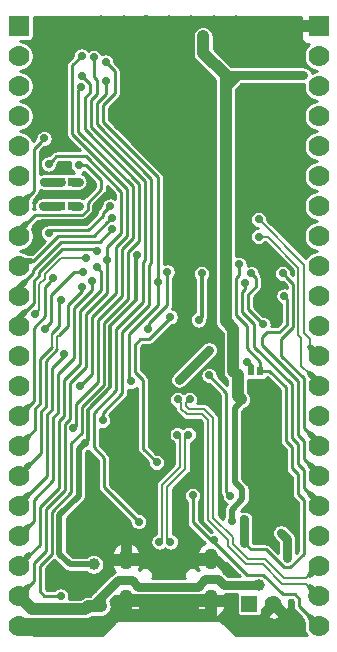
<source format=gbr>
G04 #@! TF.GenerationSoftware,KiCad,Pcbnew,5.1.0-rc2-unknown-036be7d~80~ubuntu16.04.1*
G04 #@! TF.CreationDate,2020-07-14T15:33:40+03:00*
G04 #@! TF.ProjectId,ESP32-S2-DevKit-Lipo_Rev_B,45535033-322d-4533-922d-4465764b6974,B*
G04 #@! TF.SameCoordinates,Original*
G04 #@! TF.FileFunction,Copper,L2,Bot*
G04 #@! TF.FilePolarity,Positive*
%FSLAX46Y46*%
G04 Gerber Fmt 4.6, Leading zero omitted, Abs format (unit mm)*
G04 Created by KiCad (PCBNEW 5.1.0-rc2-unknown-036be7d~80~ubuntu16.04.1) date 2020-07-14 15:33:40*
%MOMM*%
%LPD*%
G04 APERTURE LIST*
%ADD10C,1.400000*%
%ADD11R,1.400000X1.400000*%
%ADD12O,1.200000X1.800000*%
%ADD13R,0.508000X0.762000*%
%ADD14C,1.778000*%
%ADD15R,1.778000X1.778000*%
%ADD16C,0.500000*%
%ADD17C,1.000000*%
%ADD18C,0.700000*%
%ADD19C,0.762000*%
%ADD20C,1.016000*%
%ADD21C,0.254000*%
%ADD22C,0.508000*%
%ADD23C,1.524000*%
%ADD24C,0.304800*%
%ADD25C,0.203200*%
%ADD26C,0.406400*%
G04 APERTURE END LIST*
D10*
X152384760Y-116222780D03*
D11*
X150355300Y-116225320D03*
D12*
X139910000Y-115947000D03*
X139910000Y-112477000D03*
X147110000Y-112477000D03*
X147110000Y-115947000D03*
D13*
X135255000Y-82550000D03*
X134493000Y-82550000D03*
X135255000Y-80518000D03*
X134493000Y-80518000D03*
D14*
X130810000Y-118110000D03*
X130810000Y-74930000D03*
X130810000Y-72390000D03*
X130810000Y-69850000D03*
D15*
X130810000Y-67310000D03*
D14*
X130810000Y-77470000D03*
X130810000Y-80010000D03*
X130810000Y-85090000D03*
X130810000Y-82550000D03*
X130810000Y-87630000D03*
X130810000Y-90170000D03*
X130810000Y-95250000D03*
X130810000Y-92710000D03*
X130810000Y-97790000D03*
X130810000Y-100330000D03*
X130810000Y-105410000D03*
X130810000Y-102870000D03*
X130810000Y-113030000D03*
X130810000Y-115570000D03*
X130810000Y-110490000D03*
X130810000Y-107950000D03*
X156210000Y-118110000D03*
X156210000Y-74930000D03*
X156210000Y-72390000D03*
X156210000Y-69850000D03*
D15*
X156210000Y-67310000D03*
D14*
X156210000Y-77470000D03*
X156210000Y-80010000D03*
X156210000Y-85090000D03*
X156210000Y-82550000D03*
X156210000Y-87630000D03*
X156210000Y-90170000D03*
X156210000Y-95250000D03*
X156210000Y-92710000D03*
X156210000Y-97790000D03*
X156210000Y-100330000D03*
X156210000Y-105410000D03*
X156210000Y-102870000D03*
X156210000Y-113030000D03*
X156210000Y-115570000D03*
X156210000Y-110490000D03*
X156210000Y-107950000D03*
D11*
X142320000Y-75234000D03*
D16*
X141570000Y-73734000D03*
X143070000Y-73734000D03*
X140820000Y-74484000D03*
X143820000Y-74484000D03*
X140820000Y-75984000D03*
X143820000Y-75984000D03*
X141570000Y-76734000D03*
X143070000Y-76734000D03*
D13*
X150495000Y-96520000D03*
X151257000Y-96520000D03*
D17*
X136652000Y-116459000D03*
X137795000Y-116459000D03*
X151130000Y-114681000D03*
D18*
X153521999Y-112331500D03*
X153035000Y-110236000D03*
X133350002Y-78993998D03*
X138303000Y-87122000D03*
X143383000Y-88138000D03*
X141732000Y-92964000D03*
D17*
X141605000Y-116078000D03*
X143510000Y-117221000D03*
X146558000Y-117221000D03*
X140462000Y-117221000D03*
X154432000Y-118236598D03*
D18*
X146050000Y-101155500D03*
X141859000Y-108839000D03*
X134747000Y-114554000D03*
X135763000Y-114554000D03*
X136906000Y-109220000D03*
X135128000Y-110363000D03*
X136017000Y-110363000D03*
X133477000Y-114554000D03*
X138785023Y-108234999D03*
X137287000Y-104711500D03*
X138990548Y-105480803D03*
X133629400Y-66929000D03*
D17*
X137795000Y-66929000D03*
X139700000Y-66929000D03*
D18*
X135890000Y-66929000D03*
D17*
X141605000Y-66929000D03*
X145415000Y-66929000D03*
X149225000Y-66929000D03*
X147320000Y-66929000D03*
X143510000Y-66929000D03*
D18*
X151130000Y-66929000D03*
X132334000Y-70739000D03*
X132905500Y-81534000D03*
X152780981Y-91059000D03*
X151892000Y-91059000D03*
X143383000Y-101155500D03*
D17*
X149860000Y-76200000D03*
D18*
X131826000Y-86360000D03*
X137033000Y-80822800D03*
X133096000Y-77978000D03*
X144526000Y-107061000D03*
X138557000Y-81534000D03*
D17*
X149860000Y-78740000D03*
X151892000Y-118236598D03*
X149352000Y-118236598D03*
X146685000Y-76200000D03*
X146685000Y-78740000D03*
X146685000Y-81280000D03*
X149860000Y-81280000D03*
X146685000Y-83820000D03*
X149860000Y-83820000D03*
X149860000Y-86360000D03*
X146685000Y-86360000D03*
X144780000Y-86360000D03*
X144780000Y-83820000D03*
X144780000Y-81280000D03*
X144780000Y-78740000D03*
X146685000Y-74930000D03*
X149860000Y-74930000D03*
X149860000Y-77470000D03*
X146685000Y-77470000D03*
X144780000Y-80010000D03*
X146685000Y-80010000D03*
X149860000Y-80010000D03*
X144780000Y-82550000D03*
X146685000Y-82550000D03*
X146685000Y-85090000D03*
X144780000Y-85090000D03*
X149860000Y-82550000D03*
X149860000Y-85090000D03*
X145415000Y-72390000D03*
X144145000Y-72390000D03*
X142875000Y-72390000D03*
X141605000Y-72390000D03*
X140335000Y-72390000D03*
X139700000Y-74295000D03*
X139700000Y-75565000D03*
X142875000Y-78740000D03*
D18*
X151003000Y-91059000D03*
X147574000Y-99441000D03*
X141478000Y-94742000D03*
X147828000Y-93472000D03*
X144526000Y-108077000D03*
D17*
X146431000Y-68199000D03*
D18*
X154929761Y-71494857D03*
X148844000Y-109220000D03*
D17*
X149606000Y-98933000D03*
X137160000Y-112903000D03*
D18*
X140843000Y-86741000D03*
X146304000Y-88265000D03*
X146050000Y-92202000D03*
X136398000Y-102616000D03*
X134366000Y-90551000D03*
X133759814Y-88684250D03*
X136144000Y-89408000D03*
X149987000Y-89079988D03*
X153289000Y-90170000D03*
X132969000Y-76832092D03*
X137414000Y-87757000D03*
X149923500Y-111061500D03*
X149923500Y-109093000D03*
X149479000Y-87503000D03*
X133350000Y-84836000D03*
X138557000Y-82550000D03*
X132905500Y-82550000D03*
X132963412Y-80509789D03*
X135890000Y-82550000D03*
X138760332Y-84523460D03*
X138176000Y-70349090D03*
X150495000Y-88265000D03*
X142621000Y-89027000D03*
X140335000Y-97409000D03*
X151511000Y-92583000D03*
X136144000Y-69850000D03*
X136017000Y-97790000D03*
X134620000Y-95123000D03*
X137033000Y-88900000D03*
X140979988Y-109290610D03*
X137160000Y-69977000D03*
X138176661Y-71978021D03*
X137922000Y-100711000D03*
X136117468Y-72517000D03*
X135411500Y-101375500D03*
X133030986Y-92976713D03*
X136271000Y-88138000D03*
X137414000Y-86360000D03*
X132180527Y-91712880D03*
X136525000Y-86995000D03*
X135890000Y-80518000D03*
X138684000Y-83566000D03*
X135890000Y-79121000D03*
X145542000Y-107060996D03*
X143637000Y-91948000D03*
X142494000Y-104267000D03*
X147320000Y-110871000D03*
X134366000Y-115570000D03*
X136152903Y-71509903D03*
X151130000Y-83693000D03*
X151130000Y-85153500D03*
X153162000Y-88265000D03*
X148748994Y-107116751D03*
X146939000Y-96901000D03*
X142709900Y-110998000D03*
X144239500Y-101915002D03*
X143675100Y-110998000D03*
X145193500Y-101915002D03*
X152019000Y-104521000D03*
X152019000Y-106299000D03*
X153162000Y-106299000D03*
X150876000Y-106299000D03*
X150876000Y-104521000D03*
X150749000Y-103124000D03*
X150749000Y-101854000D03*
X153162000Y-104521000D03*
X153162000Y-107315000D03*
X144272000Y-98933000D03*
X145288000Y-98933000D03*
X146939000Y-94742000D03*
X144399000Y-97282000D03*
X150114000Y-95758000D03*
D19*
X136652000Y-116459000D02*
X137033000Y-116459000D01*
X136652000Y-116459000D02*
X136779000Y-116586000D01*
X137033000Y-116459000D02*
X138167999Y-115324001D01*
D20*
X137795000Y-116459000D02*
X136652000Y-116459000D01*
D19*
X137795000Y-115697000D02*
X138167999Y-115324001D01*
X137795000Y-116459000D02*
X137795000Y-115697000D01*
D20*
X136398021Y-116712979D02*
X136652000Y-116459000D01*
X131952979Y-116712979D02*
X136398021Y-116712979D01*
X130810000Y-115570000D02*
X131952979Y-116712979D01*
D19*
X148209000Y-114681000D02*
X151130000Y-114681000D01*
X139255500Y-114236500D02*
X140398500Y-114236500D01*
X138167999Y-115324001D02*
X139255500Y-114236500D01*
X147701000Y-114173000D02*
X148209000Y-114681000D01*
X140398500Y-114236500D02*
X140965989Y-114803989D01*
X140965989Y-114803989D02*
X145990511Y-114803989D01*
X146621500Y-114173000D02*
X147701000Y-114173000D01*
X145990511Y-114803989D02*
X146621500Y-114173000D01*
X153521999Y-112331500D02*
X153521999Y-110722999D01*
X153521999Y-110722999D02*
X153035000Y-110236000D01*
D21*
X143383000Y-90932000D02*
X143383000Y-88138000D01*
X133700001Y-78643999D02*
X133350002Y-78993998D01*
X136525000Y-78359000D02*
X133985000Y-78359000D01*
X133985000Y-78359000D02*
X133700001Y-78643999D01*
X139491333Y-81325333D02*
X136525000Y-78359000D01*
X138303000Y-86057151D02*
X139491333Y-84868818D01*
X138303000Y-89916000D02*
X138303000Y-86057151D01*
X136505133Y-91713867D02*
X138303000Y-89916000D01*
X132080000Y-112776000D02*
X133096022Y-111759978D01*
X132080000Y-114300000D02*
X132080000Y-112776000D01*
X134703436Y-106636436D02*
X134703436Y-101008564D01*
X139491333Y-84868818D02*
X139491333Y-81325333D01*
X133096022Y-108243850D02*
X134703436Y-106636436D01*
X135128067Y-97535933D02*
X136505133Y-96158867D01*
X133096022Y-111759978D02*
X133096022Y-108243850D01*
X135128067Y-100583933D02*
X135128067Y-97535933D01*
X134703436Y-101008564D02*
X135128067Y-100583933D01*
X136505133Y-96158867D02*
X136505133Y-91713867D01*
X141859000Y-92837000D02*
X141859000Y-92456000D01*
X141732000Y-92964000D02*
X141859000Y-92837000D01*
X141859000Y-92456000D02*
X143383000Y-90932000D01*
D22*
X130810000Y-115570000D02*
X131572000Y-114808000D01*
D21*
X131572000Y-114808000D02*
X132080000Y-114300000D01*
D20*
X139954000Y-116205000D02*
X139954000Y-115951000D01*
X147110000Y-115947000D02*
X144395000Y-115947000D01*
X139065000Y-117094000D02*
X139954000Y-116205000D01*
X139910000Y-115947000D02*
X140847000Y-115947000D01*
X140847000Y-115947000D02*
X144395000Y-115947000D01*
X141605000Y-117221000D02*
X140462000Y-117221000D01*
X139065000Y-117221000D02*
X139065000Y-117094000D01*
X140462000Y-117221000D02*
X139065000Y-117221000D01*
X147066000Y-117221000D02*
X147066000Y-115951000D01*
X146558000Y-117221000D02*
X147066000Y-117221000D01*
X141605000Y-117221000D02*
X146558000Y-117221000D01*
X140847000Y-115947000D02*
X141474000Y-115947000D01*
X141605000Y-116078000D02*
X141605000Y-117221000D01*
X141474000Y-115947000D02*
X141605000Y-116078000D01*
D23*
X130810000Y-118110000D02*
X130936990Y-118236990D01*
X130936990Y-118236990D02*
X137541010Y-118236990D01*
D20*
X137541000Y-118427500D02*
X137541000Y-118110000D01*
X137604500Y-118491000D02*
X137541000Y-118427500D01*
X139065000Y-117094000D02*
X137668000Y-118491000D01*
X137668000Y-118491000D02*
X137604500Y-118491000D01*
X139954000Y-112477000D02*
X139910000Y-112477000D01*
X147110000Y-112477000D02*
X139954000Y-112477000D01*
D22*
X141851899Y-108846101D02*
X141851899Y-112458500D01*
X141859000Y-108839000D02*
X141851899Y-108846101D01*
D20*
X142320000Y-67644000D02*
X141605000Y-66929000D01*
X142320000Y-75234000D02*
X142320000Y-67644000D01*
D21*
X143510000Y-101155500D02*
X143383000Y-101155500D01*
X146050000Y-101155500D02*
X143510000Y-101155500D01*
D19*
X136321800Y-81534000D02*
X132905500Y-81534000D01*
X137033000Y-80822800D02*
X136321800Y-81534000D01*
D22*
X133629400Y-70739000D02*
X132334000Y-70739000D01*
X144907000Y-112458500D02*
X144580597Y-112132097D01*
X144580597Y-112132097D02*
X144580597Y-107501377D01*
X144580597Y-107501377D02*
X144580597Y-107006403D01*
X141859000Y-106172000D02*
X141859000Y-108839000D01*
X143383000Y-103251000D02*
X143383000Y-104648000D01*
X143383000Y-104648000D02*
X141859000Y-106172000D01*
D21*
X143383000Y-103251000D02*
X143383000Y-101155500D01*
D22*
X144580597Y-106625559D02*
X144580597Y-107006403D01*
X146050000Y-101501660D02*
X146051501Y-101503161D01*
X146050000Y-101155500D02*
X146050000Y-101501660D01*
X146051501Y-102326843D02*
X146050000Y-102328344D01*
X146051501Y-101503161D02*
X146051501Y-102326843D01*
X146050000Y-102328344D02*
X146050000Y-105156156D01*
X146050000Y-105156156D02*
X144580597Y-106625559D01*
X142367000Y-95885000D02*
X142367000Y-95440500D01*
X143256000Y-96774000D02*
X142367000Y-95885000D01*
X132482011Y-85703989D02*
X132482011Y-84297157D01*
X137287021Y-83128664D02*
X137287021Y-82587753D01*
X138340774Y-81534000D02*
X138557000Y-81534000D01*
X131826000Y-86360000D02*
X132482011Y-85703989D01*
X132832147Y-83947021D02*
X136468664Y-83947021D01*
X136468664Y-83947021D02*
X137287021Y-83128664D01*
X132482011Y-84297157D02*
X132832147Y-83947021D01*
X137287021Y-82587753D02*
X138340774Y-81534000D01*
D19*
X147110000Y-112477000D02*
X147529000Y-112477000D01*
X147529000Y-112477000D02*
X148463000Y-113411000D01*
X149860000Y-85979000D02*
X149860000Y-76200000D01*
X151892000Y-91059000D02*
X151892000Y-88011000D01*
X151892000Y-88011000D02*
X149860000Y-85979000D01*
D22*
X133629400Y-66929000D02*
X133629400Y-70739000D01*
X133445999Y-77628001D02*
X133096000Y-77978000D01*
X133858000Y-77216000D02*
X133445999Y-77628001D01*
X133604000Y-70739000D02*
X133858000Y-70993000D01*
X133858000Y-70993000D02*
X133858000Y-77216000D01*
D21*
X146558000Y-98425000D02*
X147574000Y-99441000D01*
D22*
X143256000Y-101028500D02*
X143383000Y-101155500D01*
D21*
X146177000Y-98044000D02*
X146558000Y-98425000D01*
X143256000Y-98044000D02*
X146177000Y-98044000D01*
D22*
X143256000Y-96774000D02*
X143256000Y-98044000D01*
X143256000Y-98044000D02*
X143256000Y-101028500D01*
X141478000Y-94742000D02*
X141668500Y-94742000D01*
X141668500Y-94742000D02*
X142367000Y-95440500D01*
X142320000Y-78185000D02*
X142320000Y-75234000D01*
X143510000Y-79375000D02*
X142320000Y-78185000D01*
X142367000Y-95440500D02*
X142367000Y-95377000D01*
X143510000Y-86106000D02*
X143510000Y-79375000D01*
X145034000Y-92710000D02*
X145034000Y-87630000D01*
X142367000Y-95377000D02*
X145034000Y-92710000D01*
X145034000Y-87630000D02*
X143510000Y-86106000D01*
D19*
X145796000Y-93472000D02*
X145034000Y-92710000D01*
X147828000Y-93472000D02*
X145796000Y-93472000D01*
D22*
X154929761Y-71494857D02*
X154923618Y-71501000D01*
D20*
X146431000Y-69596000D02*
X146431000Y-68199000D01*
X148336000Y-71501000D02*
X146431000Y-69596000D01*
D19*
X149352000Y-71501000D02*
X148336000Y-72517000D01*
D20*
X148336000Y-72517000D02*
X148336000Y-71501000D01*
D19*
X154923618Y-71501000D02*
X149352000Y-71501000D01*
X149352000Y-71501000D02*
X148336000Y-71501000D01*
D22*
X149733000Y-107378500D02*
X148844000Y-108267500D01*
X149733000Y-106553000D02*
X149733000Y-107378500D01*
X149606000Y-98933000D02*
X149606000Y-99187000D01*
X149098000Y-105918000D02*
X149733000Y-106553000D01*
X148844000Y-108267500D02*
X148844000Y-109220000D01*
X149606000Y-99187000D02*
X149098000Y-99695000D01*
X149098000Y-99695000D02*
X149098000Y-105918000D01*
D20*
X149606000Y-98933000D02*
X149352000Y-98679000D01*
X148971000Y-92964000D02*
X148336000Y-92329000D01*
X149352000Y-98679000D02*
X149352000Y-96901000D01*
X149352000Y-96901000D02*
X148971000Y-96520000D01*
X148336000Y-92329000D02*
X148336000Y-72517000D01*
X148971000Y-96520000D02*
X148971000Y-92964000D01*
D24*
X146304000Y-91948000D02*
X146304000Y-88265000D01*
X146050000Y-92202000D02*
X146304000Y-91948000D01*
X136622545Y-102391455D02*
X136622545Y-102362000D01*
X136398000Y-102616000D02*
X136622545Y-102391455D01*
D22*
X135128000Y-112903000D02*
X137160000Y-112903000D01*
X136398000Y-102616000D02*
X135890000Y-103124000D01*
X135890000Y-103124000D02*
X135890000Y-107066348D01*
X134239044Y-112014044D02*
X135128000Y-112903000D01*
X135890000Y-107066348D02*
X134239044Y-108717304D01*
X134239044Y-108717304D02*
X134239044Y-112014044D01*
D24*
X140716000Y-86868000D02*
X140843000Y-86741000D01*
X140716000Y-90551000D02*
X140716000Y-86868000D01*
X138562583Y-92704417D02*
X140716000Y-90551000D01*
X136398000Y-102616000D02*
X136652000Y-102362000D01*
X136652000Y-102362000D02*
X136652000Y-99822000D01*
X136652000Y-99822000D02*
X138562583Y-97911417D01*
X138562583Y-97911417D02*
X138562583Y-92704417D01*
D25*
X133654800Y-94437200D02*
X133654800Y-93446600D01*
X133604000Y-94488000D02*
X133654800Y-94437200D01*
X133654800Y-93446600D02*
X133654800Y-93294200D01*
D21*
X134239000Y-92710000D02*
X133654800Y-93294200D01*
X134239000Y-90678000D02*
X134239000Y-92710000D01*
X134366000Y-90551000D02*
X134239000Y-90678000D01*
X132588012Y-95503988D02*
X133604000Y-94488000D01*
X132588012Y-99314012D02*
X132588012Y-95503988D01*
X132207000Y-101473000D02*
X132207000Y-99695024D01*
X132207000Y-99695024D02*
X132588012Y-99314012D01*
D22*
X130810000Y-102870000D02*
X131572000Y-102108000D01*
D21*
X131572000Y-102108000D02*
X132207000Y-101473000D01*
X133045223Y-91893021D02*
X133045223Y-89398841D01*
X133045223Y-89398841D02*
X133409815Y-89034249D01*
X133409815Y-89034249D02*
X133759814Y-88684250D01*
X132080000Y-99060000D02*
X132080000Y-92858244D01*
X132080000Y-92858244D02*
X133045223Y-91893021D01*
D22*
X130810000Y-100330000D02*
X131572000Y-99568000D01*
D21*
X131572000Y-99568000D02*
X132080000Y-99060000D01*
X133096024Y-95656376D02*
X134061200Y-94691200D01*
X132715000Y-103505000D02*
X132715000Y-99949000D01*
X132715000Y-99949000D02*
X133096024Y-99567976D01*
X133096024Y-99567976D02*
X133096024Y-95656376D01*
D25*
X134061200Y-93649800D02*
X134239000Y-93472000D01*
X134061200Y-94691200D02*
X134061200Y-93649800D01*
D21*
X136144000Y-89789000D02*
X136144000Y-89408000D01*
X135001000Y-90932000D02*
X136144000Y-89789000D01*
X135001000Y-92710000D02*
X135001000Y-90932000D01*
X134239000Y-93472000D02*
X135001000Y-92710000D01*
D22*
X130810000Y-105410000D02*
X131699000Y-104521000D01*
D21*
X131699000Y-104521000D02*
X132715000Y-103505000D01*
D22*
X156210000Y-107950000D02*
X156210000Y-107696000D01*
X156210000Y-107696000D02*
X155448000Y-106934000D01*
D21*
X149733000Y-89828962D02*
X149987000Y-89574962D01*
X154432000Y-104394000D02*
X154432000Y-102743000D01*
X150749000Y-94488000D02*
X150749000Y-92583000D01*
X154940000Y-104902000D02*
X154432000Y-104394000D01*
X149987000Y-89574962D02*
X149987000Y-89079988D01*
X149733000Y-91567000D02*
X149733000Y-89828962D01*
X153923978Y-97662978D02*
X150749000Y-94488000D01*
X154940000Y-106426000D02*
X154940000Y-104902000D01*
X155448000Y-106934000D02*
X154940000Y-106426000D01*
X154432000Y-102743000D02*
X153923978Y-102234978D01*
X153923978Y-102234978D02*
X153923978Y-97662978D01*
X150749000Y-92583000D02*
X149733000Y-91567000D01*
D22*
X156210000Y-105410000D02*
X156210000Y-105283000D01*
X156210000Y-105283000D02*
X155448000Y-104521000D01*
D21*
X154431988Y-101980988D02*
X154431988Y-97408988D01*
X151384011Y-93675189D02*
X151815800Y-93243400D01*
X153511991Y-90392991D02*
X153289000Y-90170000D01*
X154940000Y-104013000D02*
X154940000Y-102489000D01*
X155448000Y-104521000D02*
X154940000Y-104013000D01*
X154940000Y-102489000D02*
X154431988Y-101980988D01*
X154431988Y-97408988D02*
X151384011Y-94361011D01*
X153511991Y-92614009D02*
X153511991Y-90392991D01*
X151384011Y-94361011D02*
X151384011Y-93675189D01*
X151815800Y-93243400D02*
X152882600Y-93243400D01*
X152882600Y-93243400D02*
X153511991Y-92614009D01*
X132080000Y-81280000D02*
X132080000Y-77721092D01*
X132619001Y-77182091D02*
X132969000Y-76832092D01*
X132080000Y-77721092D02*
X132619001Y-77182091D01*
D22*
X130810000Y-82550000D02*
X131572000Y-81788000D01*
D21*
X131572000Y-81788000D02*
X132080000Y-81280000D01*
X132588012Y-108033424D02*
X134217218Y-106404218D01*
X132588011Y-111251989D02*
X132588012Y-108033424D01*
X137795000Y-88138000D02*
X137414000Y-87757000D01*
X134217218Y-106404218D02*
X134217218Y-100732782D01*
X135997123Y-95904877D02*
X135997123Y-91459877D01*
X135997123Y-91459877D02*
X137795000Y-89662000D01*
X137795000Y-89662000D02*
X137795000Y-88138000D01*
X134217218Y-100732782D02*
X134620056Y-100329944D01*
X134620056Y-100329944D02*
X134620056Y-97281944D01*
X134620056Y-97281944D02*
X135997123Y-95904877D01*
D22*
X130810000Y-113030000D02*
X131699000Y-112141000D01*
D21*
X131699000Y-112141000D02*
X132588011Y-111251989D01*
D20*
X150355300Y-116225320D02*
X150368000Y-116238020D01*
D22*
X150355300Y-116225320D02*
X150355300Y-116090700D01*
D19*
X149923500Y-111061500D02*
X149923500Y-109093000D01*
D21*
X137922032Y-83391694D02*
X136731694Y-84582032D01*
X136731694Y-84582032D02*
X133603968Y-84582032D01*
X137922032Y-83184968D02*
X137922032Y-83391694D01*
X138557000Y-82550000D02*
X137922032Y-83184968D01*
X133603968Y-84582032D02*
X133350000Y-84836000D01*
X152019000Y-96520000D02*
X151257000Y-96520000D01*
X153415969Y-97916969D02*
X152019000Y-96520000D01*
X153415969Y-102445403D02*
X153415969Y-97916969D01*
X153289000Y-113157000D02*
X153797000Y-113157000D01*
X150495000Y-111633000D02*
X151765000Y-111633000D01*
X153923990Y-102953424D02*
X153415969Y-102445403D01*
X153797000Y-113157000D02*
X154940000Y-112014000D01*
X154940000Y-112014000D02*
X154940000Y-107442000D01*
X149923500Y-111061500D02*
X150495000Y-111633000D01*
X154940000Y-107442000D02*
X154432000Y-106934000D01*
X151765000Y-111633000D02*
X153289000Y-113157000D01*
X154432000Y-106934000D02*
X154432000Y-105283020D01*
X154432000Y-105283020D02*
X153923990Y-104775010D01*
X153923990Y-104775010D02*
X153923990Y-102953424D01*
X149479000Y-88392000D02*
X149479000Y-87503000D01*
X149225000Y-88646000D02*
X149479000Y-88392000D01*
X149225000Y-91821000D02*
X149225000Y-88646000D01*
X151257000Y-96520000D02*
X151257000Y-95758000D01*
X151257000Y-95758000D02*
X150114000Y-94615000D01*
X150114000Y-92710000D02*
X149225000Y-91821000D01*
X150114000Y-94615000D02*
X150114000Y-92710000D01*
D19*
X132905500Y-82550000D02*
X134239000Y-82550000D01*
D22*
X134493000Y-82550000D02*
X134239000Y-82550000D01*
X134493000Y-80518000D02*
X134366000Y-80518000D01*
D19*
X134357789Y-80509789D02*
X132963412Y-80509789D01*
X134366000Y-80518000D02*
X134357789Y-80509789D01*
X135382000Y-82550000D02*
X135890000Y-82550000D01*
D21*
X137685738Y-85598054D02*
X138760332Y-84523460D01*
X134400767Y-85598054D02*
X137685738Y-85598054D01*
X132063590Y-87935231D02*
X134400767Y-85598054D01*
X132063590Y-88197974D02*
X132063590Y-87935231D01*
D22*
X130810000Y-89535000D02*
X131318000Y-89027000D01*
X130810000Y-90170000D02*
X130810000Y-89535000D01*
D21*
X131318000Y-88943564D02*
X132063590Y-88197974D01*
X131318000Y-89027000D02*
X131318000Y-88943564D01*
X138176000Y-70358000D02*
X138176000Y-70349090D01*
X138938000Y-71120000D02*
X138176000Y-70358000D01*
X138938000Y-73025000D02*
X138938000Y-71120000D01*
X137922000Y-74041000D02*
X138938000Y-73025000D01*
X142621000Y-89027000D02*
X142621000Y-87565002D01*
X142621000Y-87565002D02*
X142589999Y-87534001D01*
X142589999Y-87534001D02*
X142589999Y-80105999D01*
X142589999Y-80105999D02*
X137922000Y-75438000D01*
X137922000Y-75438000D02*
X137922000Y-74041000D01*
X150876000Y-88646000D02*
X150495000Y-88265000D01*
X150241000Y-90043000D02*
X150876000Y-89408000D01*
X150241000Y-91313000D02*
X150241000Y-90043000D01*
X151511000Y-92583000D02*
X150241000Y-91313000D01*
X150876000Y-89408000D02*
X150876000Y-88646000D01*
X142621000Y-90932000D02*
X142621000Y-89027000D01*
X140335000Y-97409000D02*
X140335000Y-97205800D01*
X140335000Y-97205800D02*
X140131800Y-97002600D01*
X140131800Y-97002600D02*
X140131800Y-93421200D01*
X140131800Y-93421200D02*
X142621000Y-90932000D01*
X135363082Y-70630918D02*
X136144000Y-69850000D01*
X135363082Y-76471262D02*
X135363082Y-70630918D01*
X139999341Y-81107521D02*
X135363082Y-76471262D01*
X139999341Y-85079246D02*
X139999341Y-81107521D01*
X139065000Y-86013587D02*
X139999341Y-85079246D01*
X136017000Y-97790000D02*
X137013143Y-96793857D01*
X137013143Y-96793857D02*
X137013143Y-91967857D01*
X137013143Y-91967857D02*
X139065000Y-89916000D01*
X139065000Y-89916000D02*
X139065000Y-86013587D01*
D22*
X130810000Y-107950000D02*
X130810000Y-107823000D01*
X130810000Y-107823000D02*
X131572000Y-107061000D01*
D21*
X133223000Y-105410000D02*
X133223000Y-100203000D01*
X133223000Y-100203000D02*
X133604035Y-99821965D01*
X133604035Y-99821965D02*
X133604035Y-96265965D01*
X134620000Y-95250000D02*
X134620000Y-95123000D01*
X133604035Y-96265965D02*
X134620000Y-95250000D01*
X131572000Y-107061000D02*
X133223000Y-105410000D01*
X137033000Y-89662000D02*
X137033000Y-88900000D01*
X134112045Y-96773955D02*
X135489113Y-95396887D01*
X135489113Y-91205887D02*
X137033000Y-89662000D01*
X134112045Y-100075955D02*
X134112045Y-96773955D01*
X133731000Y-100457000D02*
X134112045Y-100075955D01*
X132080000Y-109220000D02*
X132080000Y-107442000D01*
X132080000Y-107442000D02*
X133731000Y-105791000D01*
X135489113Y-95396887D02*
X135489113Y-91205887D01*
X133731000Y-105791000D02*
X133731000Y-100457000D01*
D22*
X130810000Y-110490000D02*
X131572000Y-109728000D01*
D21*
X131572000Y-109728000D02*
X132080000Y-109220000D01*
X138049000Y-106359622D02*
X140979988Y-109290610D01*
X138049000Y-103886000D02*
X138049000Y-106359622D01*
X137160000Y-102997000D02*
X138049000Y-103886000D01*
X139095994Y-98140006D02*
X137160000Y-100076000D01*
X137414000Y-71875487D02*
X137414000Y-73112130D01*
X137160000Y-71621487D02*
X137414000Y-71875487D01*
X137160000Y-69977000D02*
X137160000Y-71621487D01*
X137414000Y-73112130D02*
X136905980Y-73620150D01*
X136905980Y-73620150D02*
X136905980Y-75858851D01*
X136905980Y-75858851D02*
X141523374Y-80476246D01*
X137160000Y-100076000D02*
X137160000Y-102997000D01*
X141351000Y-90678000D02*
X139095994Y-92933006D01*
X141523374Y-80476246D02*
X141523374Y-87163754D01*
X139095994Y-92933006D02*
X139095994Y-98140006D01*
X141523374Y-87163754D02*
X141351000Y-87336128D01*
X141351000Y-87336128D02*
X141351000Y-90678000D01*
X138176661Y-72472995D02*
X138176661Y-71978021D01*
X138176661Y-73067905D02*
X138176661Y-72472995D01*
X142031385Y-80265821D02*
X137413991Y-75648426D01*
X139604005Y-93186995D02*
X141859000Y-90932000D01*
X139604005Y-98393995D02*
X139604005Y-93186995D01*
X141859000Y-90932000D02*
X141859000Y-87546564D01*
X137922000Y-100076000D02*
X139604005Y-98393995D01*
X137922000Y-100711000D02*
X137922000Y-100076000D01*
X141859000Y-87546564D02*
X142031385Y-87374179D01*
X142031385Y-87374179D02*
X142031385Y-80265821D01*
X137413991Y-73830575D02*
X138176661Y-73067905D01*
X137413991Y-75648426D02*
X137413991Y-73830575D01*
X135636000Y-101151000D02*
X135411500Y-101375500D01*
X135880526Y-76270270D02*
X140507352Y-80897096D01*
X140507352Y-80897096D02*
X140507352Y-85289671D01*
X135880526Y-72753942D02*
X135880526Y-76270270D01*
X135636000Y-99314000D02*
X135636000Y-101151000D01*
X136117468Y-72517000D02*
X135880526Y-72753942D01*
X140507352Y-85289671D02*
X139573000Y-86224023D01*
X139573000Y-90170000D02*
X137521154Y-92221846D01*
X139573000Y-86224023D02*
X139573000Y-90170000D01*
X137521154Y-92221846D02*
X137521154Y-97428846D01*
X137521154Y-97428846D02*
X135636000Y-99314000D01*
X133030986Y-92902014D02*
X133030986Y-92976713D01*
X136271000Y-88138000D02*
X135486672Y-88138000D01*
X135486672Y-88138000D02*
X133553234Y-90071438D01*
X133553234Y-90071438D02*
X133553234Y-92379766D01*
X133553234Y-92379766D02*
X133030986Y-92902014D01*
D22*
X130810000Y-92710000D02*
X130810000Y-92075000D01*
X130810000Y-92075000D02*
X131318000Y-91567000D01*
D21*
X132571601Y-88145656D02*
X134484257Y-86233000D01*
X131318000Y-91567000D02*
X132080010Y-90804990D01*
X132571601Y-88408399D02*
X132571601Y-88145656D01*
X134484257Y-86233000D02*
X137287000Y-86233000D01*
X132080010Y-90804990D02*
X132080010Y-88899990D01*
X137287000Y-86233000D02*
X137414000Y-86360000D01*
X132080010Y-88899990D02*
X132571601Y-88408399D01*
D25*
X132562612Y-89198937D02*
X132562612Y-91330795D01*
X136525000Y-86995000D02*
X134404772Y-86995000D01*
X134404772Y-86995000D02*
X133054212Y-88345560D01*
X133054212Y-88345560D02*
X133054212Y-88707337D01*
X132562612Y-91330795D02*
X132180527Y-91712880D01*
X133054212Y-88707337D02*
X132562612Y-89198937D01*
D22*
X135255000Y-80518000D02*
X135382000Y-80518000D01*
D19*
X135382000Y-80518000D02*
X135890000Y-80518000D01*
D21*
X137159957Y-85090043D02*
X138334001Y-83915999D01*
X138334001Y-83915999D02*
X138684000Y-83566000D01*
X134155521Y-85090043D02*
X137159957Y-85090043D01*
D22*
X130810000Y-87630000D02*
X131191000Y-87249000D01*
X131191000Y-87249000D02*
X131826000Y-87249000D01*
D21*
X131996564Y-87249000D02*
X134155521Y-85090043D01*
X131826000Y-87249000D02*
X131996564Y-87249000D01*
D22*
X130810000Y-85090000D02*
X130810000Y-84709000D01*
X130810000Y-84709000D02*
X131445000Y-84074000D01*
D21*
X136525000Y-79121000D02*
X136384974Y-79121000D01*
X136384974Y-79121000D02*
X135890000Y-79121000D01*
X137795000Y-80391000D02*
X136525000Y-79121000D01*
X137795000Y-81144117D02*
X137795000Y-80391000D01*
X136652010Y-82287107D02*
X137795000Y-81144117D01*
X131445000Y-84074000D02*
X132206990Y-83312010D01*
X132206990Y-83312010D02*
X136205634Y-83312010D01*
X136205634Y-83312010D02*
X136652010Y-82865634D01*
X136652010Y-82865634D02*
X136652010Y-82287107D01*
X147320000Y-110998000D02*
X147320000Y-110871000D01*
X151511000Y-113792000D02*
X150114000Y-113792000D01*
X150114000Y-113792000D02*
X147320000Y-110998000D01*
X154559000Y-115824000D02*
X154178000Y-115443000D01*
X153162000Y-115443000D02*
X151511000Y-113792000D01*
X154178000Y-115443000D02*
X153162000Y-115443000D01*
X154559000Y-116459000D02*
X154559000Y-115824000D01*
X145542000Y-107555970D02*
X145542000Y-107060996D01*
X145542000Y-109347000D02*
X145542000Y-107555970D01*
X147066000Y-110871000D02*
X145542000Y-109347000D01*
X147320000Y-110871000D02*
X147066000Y-110871000D01*
D22*
X156210000Y-118110000D02*
X155448000Y-117348000D01*
D21*
X155448000Y-117348000D02*
X154559000Y-116459000D01*
X141097000Y-93853000D02*
X141859000Y-93853000D01*
X140639811Y-94310189D02*
X141097000Y-93853000D01*
X143637000Y-92075000D02*
X143637000Y-91948000D01*
X142494000Y-104267000D02*
X141351000Y-103124000D01*
X141351000Y-103124000D02*
X141351000Y-97282000D01*
X141859000Y-93853000D02*
X143637000Y-92075000D01*
X141351000Y-97282000D02*
X140639811Y-96570811D01*
X140639811Y-96570811D02*
X140639811Y-94310189D01*
X136874999Y-72932695D02*
X136874999Y-72231999D01*
X136397969Y-73409725D02*
X136874999Y-72932695D01*
X136397969Y-76069277D02*
X136397969Y-73409725D01*
X141015363Y-80686671D02*
X136397969Y-76069277D01*
X141015363Y-85500096D02*
X141015363Y-80686671D01*
X140081000Y-86434459D02*
X141015363Y-85500096D01*
X138029165Y-92475835D02*
X140081000Y-90424000D01*
X136502902Y-71859902D02*
X136152903Y-71509903D01*
X138029165Y-97682835D02*
X138029165Y-92475835D01*
X132588011Y-115189011D02*
X132588011Y-113029989D01*
X133604033Y-108454275D02*
X135255000Y-106803308D01*
X140081000Y-90424000D02*
X140081000Y-86434459D01*
X134366000Y-115570000D02*
X132969000Y-115570000D01*
X133604033Y-112013967D02*
X133604033Y-108454275D01*
X136144000Y-99568000D02*
X138029165Y-97682835D01*
X136874999Y-72231999D02*
X136502902Y-71859902D01*
X132588011Y-113029989D02*
X133604033Y-112013967D01*
X135255000Y-106803308D02*
X135255000Y-102635772D01*
X132969000Y-115570000D02*
X132588011Y-115189011D01*
X135255000Y-102635772D02*
X136144000Y-101746772D01*
X136144000Y-101746772D02*
X136144000Y-99568000D01*
D22*
X156210000Y-95250000D02*
X155448000Y-94488000D01*
D25*
X154959823Y-87522823D02*
X151130000Y-83693000D01*
X155448000Y-93802117D02*
X154959823Y-93313940D01*
X154959823Y-93313940D02*
X154959823Y-87522823D01*
X155448000Y-94488000D02*
X155448000Y-93802117D01*
X154502612Y-87764112D02*
X151892000Y-85153500D01*
X154736789Y-93737499D02*
X154502612Y-93503322D01*
X154502612Y-93503322D02*
X154502612Y-87764112D01*
X154736789Y-96062789D02*
X154736789Y-93737499D01*
X151892000Y-85153500D02*
X151130000Y-85153500D01*
D22*
X156210000Y-97790000D02*
X156210000Y-97536000D01*
X156210000Y-97536000D02*
X155448000Y-96774000D01*
D25*
X155448000Y-96774000D02*
X154736789Y-96062789D01*
D22*
X156210000Y-102870000D02*
X156210000Y-102616000D01*
X156210000Y-102616000D02*
X155448000Y-101854000D01*
D21*
X153511999Y-88614999D02*
X153162000Y-88265000D01*
X154020001Y-89123001D02*
X153511999Y-88614999D01*
X154020001Y-92824435D02*
X154020001Y-89123001D01*
X153035000Y-93809436D02*
X154020001Y-92824435D01*
X154940000Y-101346000D02*
X154939998Y-101345998D01*
X154939998Y-101345998D02*
X154939998Y-97154998D01*
X154939998Y-97154998D02*
X153035000Y-95250000D01*
X153035000Y-95250000D02*
X153035000Y-93809436D01*
X155448000Y-101854000D02*
X154939998Y-101345998D01*
X146939000Y-96901000D02*
X148398995Y-98360995D01*
X148398995Y-106766752D02*
X148748994Y-107116751D01*
X148398995Y-98360995D02*
X148398995Y-106766752D01*
D25*
X144487900Y-104616810D02*
X144487900Y-102163402D01*
X142963900Y-106140810D02*
X144487900Y-104616810D01*
X142963900Y-110744000D02*
X142963900Y-106140810D01*
X144487900Y-102163402D02*
X144239500Y-101915002D01*
X142709900Y-110998000D02*
X142963900Y-110744000D01*
X143675100Y-110998000D02*
X143421100Y-110744000D01*
X144945100Y-104806190D02*
X144945100Y-102163402D01*
X143421100Y-106330190D02*
X144945100Y-104806190D01*
X144945100Y-102163402D02*
X145193500Y-101915002D01*
X143421100Y-110744000D02*
X143421100Y-106330190D01*
D20*
X155829000Y-115570000D02*
X155956000Y-115697000D01*
D25*
X145046700Y-100203000D02*
X144551400Y-99707700D01*
X153123900Y-114528600D02*
X151498300Y-112903000D01*
X151498300Y-112903000D02*
X150044710Y-112903000D01*
X155168600Y-114528600D02*
X153123900Y-114528600D01*
X150044710Y-112903000D02*
X148513800Y-111372090D01*
X148513800Y-111372090D02*
X148513800Y-110807500D01*
X146837400Y-100678690D02*
X146361710Y-100203000D01*
X144551400Y-99707700D02*
X144551400Y-99212400D01*
X146361710Y-100203000D02*
X145046700Y-100203000D01*
X144551400Y-99212400D02*
X144272000Y-98933000D01*
X148513800Y-110807500D02*
X146837400Y-109131100D01*
X146837400Y-109131100D02*
X146837400Y-100678690D01*
D22*
X156210000Y-115570000D02*
X155448000Y-114808000D01*
D25*
X155448000Y-114808000D02*
X155168600Y-114528600D01*
X153314400Y-114071400D02*
X155168600Y-114071400D01*
X151688800Y-112445800D02*
X153314400Y-114071400D01*
X145288000Y-98933000D02*
X145008600Y-99212400D01*
X145008600Y-99517200D02*
X145237200Y-99745800D01*
X150234090Y-112445800D02*
X151688800Y-112445800D01*
X145237200Y-99745800D02*
X146551090Y-99745800D01*
X145008600Y-99212400D02*
X145008600Y-99517200D01*
X146551090Y-99745800D02*
X147294600Y-100489310D01*
X147294600Y-100489310D02*
X147294600Y-108940600D01*
X147294600Y-108940600D02*
X148971000Y-110617000D01*
X148971000Y-110617000D02*
X148971000Y-111182710D01*
X148971000Y-111182710D02*
X150234090Y-112445800D01*
D22*
X156210000Y-113030000D02*
X155448000Y-113792000D01*
D25*
X155448000Y-113792000D02*
X155168600Y-114071400D01*
D19*
X146939000Y-94742000D02*
X144399000Y-97282000D01*
D26*
X150495000Y-96139000D02*
X150114000Y-95758000D01*
X150495000Y-96520000D02*
X150495000Y-96139000D01*
D21*
G36*
X149279813Y-115450631D02*
G01*
X149272457Y-115525320D01*
X149272457Y-116925320D01*
X149279813Y-117000009D01*
X149301599Y-117071828D01*
X149336978Y-117138016D01*
X149384589Y-117196031D01*
X149442604Y-117243642D01*
X149508792Y-117279021D01*
X149580611Y-117300807D01*
X149655300Y-117308163D01*
X151055300Y-117308163D01*
X151129989Y-117300807D01*
X151201808Y-117279021D01*
X151220347Y-117269111D01*
X151833404Y-117269111D01*
X151906737Y-117476178D01*
X152160448Y-117545352D01*
X152422779Y-117563700D01*
X152683649Y-117530517D01*
X152862783Y-117476178D01*
X152936116Y-117269111D01*
X152384760Y-116717755D01*
X151833404Y-117269111D01*
X151220347Y-117269111D01*
X151267996Y-117243642D01*
X151326011Y-117196031D01*
X151373622Y-117138016D01*
X151409001Y-117071828D01*
X151430787Y-117000009D01*
X151438143Y-116925320D01*
X151438143Y-116674422D01*
X151889785Y-116222780D01*
X151853723Y-116186718D01*
X152348698Y-115691743D01*
X152384760Y-115727805D01*
X152420823Y-115691743D01*
X152915798Y-116186718D01*
X152879735Y-116222780D01*
X153431091Y-116774136D01*
X153638158Y-116700803D01*
X153707332Y-116447092D01*
X153725680Y-116184761D01*
X153695945Y-115951000D01*
X153967580Y-115951000D01*
X154051001Y-116034421D01*
X154051000Y-116434055D01*
X154048543Y-116459000D01*
X154051000Y-116483944D01*
X154051000Y-116483946D01*
X154058351Y-116558584D01*
X154087399Y-116654342D01*
X154134571Y-116742595D01*
X154198052Y-116819948D01*
X154217435Y-116835855D01*
X154818707Y-117437127D01*
X154822189Y-117472481D01*
X154858498Y-117592179D01*
X154917463Y-117702493D01*
X154976932Y-117774956D01*
X154980962Y-117778986D01*
X154940000Y-117984916D01*
X154940000Y-118235084D01*
X154988805Y-118480445D01*
X155084541Y-118711571D01*
X155191736Y-118872000D01*
X149181421Y-118872000D01*
X148077855Y-117768435D01*
X148061948Y-117749052D01*
X147984595Y-117685571D01*
X147896343Y-117638399D01*
X147800585Y-117609351D01*
X147725947Y-117602000D01*
X147725944Y-117602000D01*
X147701000Y-117599543D01*
X147676056Y-117602000D01*
X139343943Y-117602000D01*
X139318999Y-117599543D01*
X139294055Y-117602000D01*
X139294053Y-117602000D01*
X139219415Y-117609351D01*
X139123657Y-117638399D01*
X139123655Y-117638400D01*
X139035404Y-117685571D01*
X138987543Y-117724850D01*
X138958052Y-117749052D01*
X138942150Y-117768429D01*
X137838580Y-118872000D01*
X132110818Y-118872000D01*
X132011862Y-118773044D01*
X132233897Y-118673580D01*
X132316487Y-118384963D01*
X132341182Y-118085778D01*
X132307036Y-117787525D01*
X132250751Y-117601979D01*
X136354361Y-117601979D01*
X136398021Y-117606279D01*
X136441681Y-117601979D01*
X136441688Y-117601979D01*
X136572295Y-117589115D01*
X136739872Y-117538282D01*
X136894312Y-117455732D01*
X137025583Y-117348000D01*
X137838667Y-117348000D01*
X137969274Y-117335136D01*
X138136851Y-117284303D01*
X138291291Y-117201753D01*
X138426659Y-117090659D01*
X138537753Y-116955291D01*
X138620303Y-116800851D01*
X138671136Y-116633274D01*
X138682466Y-116518235D01*
X138715276Y-116518235D01*
X138791148Y-116746102D01*
X138910016Y-116954789D01*
X139067313Y-117136276D01*
X139256994Y-117283589D01*
X139426284Y-117383329D01*
X139610000Y-117280593D01*
X139610000Y-116328000D01*
X140210000Y-116328000D01*
X140210000Y-117280593D01*
X140393716Y-117383329D01*
X140563006Y-117283589D01*
X140752687Y-117136276D01*
X140909984Y-116954789D01*
X141028852Y-116746102D01*
X141104724Y-116518235D01*
X145915276Y-116518235D01*
X145991148Y-116746102D01*
X146110016Y-116954789D01*
X146267313Y-117136276D01*
X146456994Y-117283589D01*
X146626284Y-117383329D01*
X146810000Y-117280593D01*
X146810000Y-116328000D01*
X147410000Y-116328000D01*
X147410000Y-117280593D01*
X147593716Y-117383329D01*
X147763006Y-117283589D01*
X147952687Y-117136276D01*
X148109984Y-116954789D01*
X148228852Y-116746102D01*
X148304724Y-116518235D01*
X148173696Y-116328000D01*
X147410000Y-116328000D01*
X146810000Y-116328000D01*
X146046304Y-116328000D01*
X145915276Y-116518235D01*
X141104724Y-116518235D01*
X140973696Y-116328000D01*
X140210000Y-116328000D01*
X139610000Y-116328000D01*
X138846304Y-116328000D01*
X138715276Y-116518235D01*
X138682466Y-116518235D01*
X138688301Y-116459000D01*
X138671136Y-116284726D01*
X138620303Y-116117149D01*
X138561846Y-116007784D01*
X138733278Y-115836353D01*
X138733283Y-115836347D01*
X139003630Y-115566000D01*
X139610000Y-115566000D01*
X139610000Y-115546000D01*
X140210000Y-115546000D01*
X140210000Y-115566000D01*
X140928677Y-115566000D01*
X140965989Y-115569675D01*
X141003412Y-115565989D01*
X145953088Y-115565989D01*
X145990511Y-115569675D01*
X146027934Y-115565989D01*
X146027937Y-115565989D01*
X146045130Y-115564296D01*
X146046304Y-115566000D01*
X146810000Y-115566000D01*
X146810000Y-115546000D01*
X147410000Y-115546000D01*
X147410000Y-115566000D01*
X148173696Y-115566000D01*
X148258415Y-115443000D01*
X149282128Y-115443000D01*
X149279813Y-115450631D01*
X149279813Y-115450631D01*
G37*
X149279813Y-115450631D02*
X149272457Y-115525320D01*
X149272457Y-116925320D01*
X149279813Y-117000009D01*
X149301599Y-117071828D01*
X149336978Y-117138016D01*
X149384589Y-117196031D01*
X149442604Y-117243642D01*
X149508792Y-117279021D01*
X149580611Y-117300807D01*
X149655300Y-117308163D01*
X151055300Y-117308163D01*
X151129989Y-117300807D01*
X151201808Y-117279021D01*
X151220347Y-117269111D01*
X151833404Y-117269111D01*
X151906737Y-117476178D01*
X152160448Y-117545352D01*
X152422779Y-117563700D01*
X152683649Y-117530517D01*
X152862783Y-117476178D01*
X152936116Y-117269111D01*
X152384760Y-116717755D01*
X151833404Y-117269111D01*
X151220347Y-117269111D01*
X151267996Y-117243642D01*
X151326011Y-117196031D01*
X151373622Y-117138016D01*
X151409001Y-117071828D01*
X151430787Y-117000009D01*
X151438143Y-116925320D01*
X151438143Y-116674422D01*
X151889785Y-116222780D01*
X151853723Y-116186718D01*
X152348698Y-115691743D01*
X152384760Y-115727805D01*
X152420823Y-115691743D01*
X152915798Y-116186718D01*
X152879735Y-116222780D01*
X153431091Y-116774136D01*
X153638158Y-116700803D01*
X153707332Y-116447092D01*
X153725680Y-116184761D01*
X153695945Y-115951000D01*
X153967580Y-115951000D01*
X154051001Y-116034421D01*
X154051000Y-116434055D01*
X154048543Y-116459000D01*
X154051000Y-116483944D01*
X154051000Y-116483946D01*
X154058351Y-116558584D01*
X154087399Y-116654342D01*
X154134571Y-116742595D01*
X154198052Y-116819948D01*
X154217435Y-116835855D01*
X154818707Y-117437127D01*
X154822189Y-117472481D01*
X154858498Y-117592179D01*
X154917463Y-117702493D01*
X154976932Y-117774956D01*
X154980962Y-117778986D01*
X154940000Y-117984916D01*
X154940000Y-118235084D01*
X154988805Y-118480445D01*
X155084541Y-118711571D01*
X155191736Y-118872000D01*
X149181421Y-118872000D01*
X148077855Y-117768435D01*
X148061948Y-117749052D01*
X147984595Y-117685571D01*
X147896343Y-117638399D01*
X147800585Y-117609351D01*
X147725947Y-117602000D01*
X147725944Y-117602000D01*
X147701000Y-117599543D01*
X147676056Y-117602000D01*
X139343943Y-117602000D01*
X139318999Y-117599543D01*
X139294055Y-117602000D01*
X139294053Y-117602000D01*
X139219415Y-117609351D01*
X139123657Y-117638399D01*
X139123655Y-117638400D01*
X139035404Y-117685571D01*
X138987543Y-117724850D01*
X138958052Y-117749052D01*
X138942150Y-117768429D01*
X137838580Y-118872000D01*
X132110818Y-118872000D01*
X132011862Y-118773044D01*
X132233897Y-118673580D01*
X132316487Y-118384963D01*
X132341182Y-118085778D01*
X132307036Y-117787525D01*
X132250751Y-117601979D01*
X136354361Y-117601979D01*
X136398021Y-117606279D01*
X136441681Y-117601979D01*
X136441688Y-117601979D01*
X136572295Y-117589115D01*
X136739872Y-117538282D01*
X136894312Y-117455732D01*
X137025583Y-117348000D01*
X137838667Y-117348000D01*
X137969274Y-117335136D01*
X138136851Y-117284303D01*
X138291291Y-117201753D01*
X138426659Y-117090659D01*
X138537753Y-116955291D01*
X138620303Y-116800851D01*
X138671136Y-116633274D01*
X138682466Y-116518235D01*
X138715276Y-116518235D01*
X138791148Y-116746102D01*
X138910016Y-116954789D01*
X139067313Y-117136276D01*
X139256994Y-117283589D01*
X139426284Y-117383329D01*
X139610000Y-117280593D01*
X139610000Y-116328000D01*
X140210000Y-116328000D01*
X140210000Y-117280593D01*
X140393716Y-117383329D01*
X140563006Y-117283589D01*
X140752687Y-117136276D01*
X140909984Y-116954789D01*
X141028852Y-116746102D01*
X141104724Y-116518235D01*
X145915276Y-116518235D01*
X145991148Y-116746102D01*
X146110016Y-116954789D01*
X146267313Y-117136276D01*
X146456994Y-117283589D01*
X146626284Y-117383329D01*
X146810000Y-117280593D01*
X146810000Y-116328000D01*
X147410000Y-116328000D01*
X147410000Y-117280593D01*
X147593716Y-117383329D01*
X147763006Y-117283589D01*
X147952687Y-117136276D01*
X148109984Y-116954789D01*
X148228852Y-116746102D01*
X148304724Y-116518235D01*
X148173696Y-116328000D01*
X147410000Y-116328000D01*
X146810000Y-116328000D01*
X146046304Y-116328000D01*
X145915276Y-116518235D01*
X141104724Y-116518235D01*
X140973696Y-116328000D01*
X140210000Y-116328000D01*
X139610000Y-116328000D01*
X138846304Y-116328000D01*
X138715276Y-116518235D01*
X138682466Y-116518235D01*
X138688301Y-116459000D01*
X138671136Y-116284726D01*
X138620303Y-116117149D01*
X138561846Y-116007784D01*
X138733278Y-115836353D01*
X138733283Y-115836347D01*
X139003630Y-115566000D01*
X139610000Y-115566000D01*
X139610000Y-115546000D01*
X140210000Y-115546000D01*
X140210000Y-115566000D01*
X140928677Y-115566000D01*
X140965989Y-115569675D01*
X141003412Y-115565989D01*
X145953088Y-115565989D01*
X145990511Y-115569675D01*
X146027934Y-115565989D01*
X146027937Y-115565989D01*
X146045130Y-115564296D01*
X146046304Y-115566000D01*
X146810000Y-115566000D01*
X146810000Y-115546000D01*
X147410000Y-115546000D01*
X147410000Y-115566000D01*
X148173696Y-115566000D01*
X148258415Y-115443000D01*
X149282128Y-115443000D01*
X149279813Y-115450631D01*
G36*
X131362958Y-118095858D02*
G01*
X131348815Y-118110000D01*
X131362958Y-118124143D01*
X130824143Y-118662958D01*
X130810000Y-118648815D01*
X130795858Y-118662958D01*
X130257043Y-118124143D01*
X130271185Y-118110000D01*
X130257043Y-118095858D01*
X130795858Y-117557043D01*
X130810000Y-117571185D01*
X130824143Y-117557043D01*
X131362958Y-118095858D01*
X131362958Y-118095858D01*
G37*
X131362958Y-118095858D02*
X131348815Y-118110000D01*
X131362958Y-118124143D01*
X130824143Y-118662958D01*
X130810000Y-118648815D01*
X130795858Y-118662958D01*
X130257043Y-118124143D01*
X130271185Y-118110000D01*
X130257043Y-118095858D01*
X130795858Y-117557043D01*
X130810000Y-117571185D01*
X130824143Y-117557043D01*
X131362958Y-118095858D01*
G36*
X154686000Y-66770250D02*
G01*
X154844750Y-66929000D01*
X155829000Y-66929000D01*
X155829000Y-66909000D01*
X156591000Y-66909000D01*
X156591000Y-66929000D01*
X156611000Y-66929000D01*
X156611000Y-67691000D01*
X156591000Y-67691000D01*
X156591000Y-67711000D01*
X155829000Y-67711000D01*
X155829000Y-67691000D01*
X154844750Y-67691000D01*
X154686000Y-67849750D01*
X154686000Y-68261542D01*
X154710403Y-68384223D01*
X154758270Y-68499785D01*
X154827763Y-68603789D01*
X154916211Y-68692237D01*
X155020215Y-68761730D01*
X155135777Y-68809597D01*
X155258458Y-68834000D01*
X155444612Y-68834000D01*
X155400422Y-68863527D01*
X155223527Y-69040422D01*
X155084541Y-69248429D01*
X154988805Y-69479555D01*
X154940000Y-69724916D01*
X154940000Y-69975084D01*
X154988805Y-70220445D01*
X155084541Y-70451571D01*
X155223527Y-70659578D01*
X155400422Y-70836473D01*
X155608429Y-70975459D01*
X155839555Y-71071195D01*
X156084916Y-71120000D01*
X155839555Y-71168805D01*
X155643739Y-71249915D01*
X155631020Y-71207985D01*
X155560263Y-71075608D01*
X155465040Y-70959578D01*
X155349010Y-70864355D01*
X155216633Y-70793598D01*
X155072996Y-70750026D01*
X154961044Y-70739000D01*
X149389423Y-70739000D01*
X149352000Y-70735314D01*
X149314577Y-70739000D01*
X148831236Y-70739000D01*
X147320000Y-69227765D01*
X147320000Y-68155333D01*
X147307136Y-68024726D01*
X147256303Y-67857149D01*
X147173753Y-67702709D01*
X147062659Y-67567341D01*
X146927291Y-67456247D01*
X146772851Y-67373697D01*
X146605274Y-67322864D01*
X146431000Y-67305699D01*
X146256727Y-67322864D01*
X146089150Y-67373697D01*
X145934710Y-67456247D01*
X145799342Y-67567341D01*
X145688248Y-67702709D01*
X145605698Y-67857149D01*
X145554865Y-68024726D01*
X145542001Y-68155333D01*
X145542000Y-69552340D01*
X145537700Y-69596000D01*
X145542000Y-69639660D01*
X145542000Y-69639666D01*
X145547293Y-69693405D01*
X145554864Y-69770274D01*
X145575600Y-69838633D01*
X145605697Y-69937850D01*
X145688247Y-70092290D01*
X145799341Y-70227659D01*
X145833264Y-70255499D01*
X147447001Y-71869236D01*
X147447000Y-72560666D01*
X147447001Y-72560676D01*
X147447000Y-92285340D01*
X147442700Y-92329000D01*
X147447000Y-92372660D01*
X147447000Y-92372666D01*
X147456361Y-92467708D01*
X147459864Y-92503274D01*
X147471328Y-92541066D01*
X147510697Y-92670850D01*
X147593247Y-92825290D01*
X147704341Y-92960659D01*
X147738263Y-92988498D01*
X148082001Y-93332236D01*
X148082000Y-96476340D01*
X148077700Y-96520000D01*
X148082000Y-96563660D01*
X148082000Y-96563666D01*
X148088247Y-96627093D01*
X148094864Y-96694274D01*
X148098317Y-96705657D01*
X148145697Y-96861850D01*
X148228247Y-97016290D01*
X148339341Y-97151659D01*
X148373265Y-97179500D01*
X148463001Y-97269235D01*
X148463001Y-97706581D01*
X147670000Y-96913580D01*
X147670000Y-96829003D01*
X147641908Y-96687775D01*
X147586804Y-96554742D01*
X147506805Y-96435015D01*
X147404985Y-96333195D01*
X147285258Y-96253196D01*
X147152225Y-96198092D01*
X147010997Y-96170000D01*
X146867003Y-96170000D01*
X146725775Y-96198092D01*
X146592742Y-96253196D01*
X146473015Y-96333195D01*
X146371195Y-96435015D01*
X146291196Y-96554742D01*
X146236092Y-96687775D01*
X146208000Y-96829003D01*
X146208000Y-96972997D01*
X146236092Y-97114225D01*
X146291196Y-97247258D01*
X146371195Y-97366985D01*
X146473015Y-97468805D01*
X146592742Y-97548804D01*
X146725775Y-97603908D01*
X146867003Y-97632000D01*
X146951580Y-97632000D01*
X147890995Y-98571415D01*
X147890996Y-106741798D01*
X147888538Y-106766752D01*
X147895079Y-106833155D01*
X147898347Y-106866337D01*
X147919618Y-106936457D01*
X147927395Y-106962095D01*
X147974566Y-107050347D01*
X148015668Y-107100430D01*
X148017994Y-107103264D01*
X148017994Y-107188748D01*
X148046086Y-107329976D01*
X148101190Y-107463009D01*
X148181189Y-107582736D01*
X148283009Y-107684556D01*
X148402736Y-107764555D01*
X148435394Y-107778082D01*
X148417050Y-107796426D01*
X148392815Y-107816315D01*
X148313463Y-107913007D01*
X148254498Y-108023321D01*
X148218188Y-108143019D01*
X148209000Y-108236309D01*
X148209000Y-108236319D01*
X148205929Y-108267500D01*
X148209000Y-108298682D01*
X148209001Y-108854579D01*
X148196196Y-108873742D01*
X148141092Y-109006775D01*
X148124863Y-109088364D01*
X147777200Y-108740701D01*
X147777200Y-100513017D01*
X147779535Y-100489310D01*
X147770217Y-100394703D01*
X147742622Y-100303733D01*
X147739347Y-100297606D01*
X147697809Y-100219895D01*
X147637501Y-100146409D01*
X147619087Y-100131297D01*
X146909107Y-99421318D01*
X146893991Y-99402899D01*
X146820505Y-99342591D01*
X146736667Y-99297778D01*
X146645696Y-99270183D01*
X146574797Y-99263200D01*
X146574795Y-99263200D01*
X146551090Y-99260865D01*
X146527385Y-99263200D01*
X145942455Y-99263200D01*
X145990908Y-99146225D01*
X146019000Y-99004997D01*
X146019000Y-98861003D01*
X145990908Y-98719775D01*
X145935804Y-98586742D01*
X145855805Y-98467015D01*
X145753985Y-98365195D01*
X145634258Y-98285196D01*
X145501225Y-98230092D01*
X145359997Y-98202000D01*
X145216003Y-98202000D01*
X145074775Y-98230092D01*
X144941742Y-98285196D01*
X144822015Y-98365195D01*
X144780000Y-98407210D01*
X144737985Y-98365195D01*
X144618258Y-98285196D01*
X144485225Y-98230092D01*
X144343997Y-98202000D01*
X144200003Y-98202000D01*
X144058775Y-98230092D01*
X143925742Y-98285196D01*
X143806015Y-98365195D01*
X143704195Y-98467015D01*
X143624196Y-98586742D01*
X143569092Y-98719775D01*
X143541000Y-98861003D01*
X143541000Y-99004997D01*
X143569092Y-99146225D01*
X143624196Y-99279258D01*
X143704195Y-99398985D01*
X143806015Y-99500805D01*
X143925742Y-99580804D01*
X144058775Y-99635908D01*
X144068800Y-99637902D01*
X144068800Y-99683994D01*
X144066465Y-99707700D01*
X144068800Y-99731405D01*
X144068800Y-99731406D01*
X144075783Y-99802305D01*
X144103378Y-99893276D01*
X144148191Y-99977115D01*
X144208499Y-100050601D01*
X144226918Y-100065717D01*
X144688686Y-100527486D01*
X144703799Y-100545901D01*
X144777285Y-100606209D01*
X144854751Y-100647616D01*
X144861123Y-100651022D01*
X144952093Y-100678617D01*
X145046700Y-100687935D01*
X145070407Y-100685600D01*
X146161811Y-100685600D01*
X146354801Y-100878590D01*
X146354800Y-109107395D01*
X146352465Y-109131100D01*
X146354800Y-109154805D01*
X146354800Y-109154806D01*
X146361783Y-109225705D01*
X146389378Y-109316676D01*
X146434191Y-109400515D01*
X146494499Y-109474001D01*
X146512918Y-109489117D01*
X147177771Y-110153970D01*
X147106775Y-110168092D01*
X147088912Y-110175491D01*
X146050000Y-109136580D01*
X146050000Y-107586786D01*
X146109805Y-107526981D01*
X146189804Y-107407254D01*
X146244908Y-107274221D01*
X146273000Y-107132993D01*
X146273000Y-106988999D01*
X146244908Y-106847771D01*
X146189804Y-106714738D01*
X146109805Y-106595011D01*
X146007985Y-106493191D01*
X145888258Y-106413192D01*
X145755225Y-106358088D01*
X145613997Y-106329996D01*
X145470003Y-106329996D01*
X145328775Y-106358088D01*
X145195742Y-106413192D01*
X145076015Y-106493191D01*
X144974195Y-106595011D01*
X144894196Y-106714738D01*
X144839092Y-106847771D01*
X144811000Y-106988999D01*
X144811000Y-107132993D01*
X144839092Y-107274221D01*
X144894196Y-107407254D01*
X144974195Y-107526981D01*
X145034001Y-107586787D01*
X145034000Y-109322056D01*
X145031543Y-109347000D01*
X145034000Y-109371944D01*
X145034000Y-109371946D01*
X145041351Y-109446584D01*
X145070399Y-109542342D01*
X145117571Y-109630595D01*
X145181052Y-109707948D01*
X145200435Y-109723855D01*
X146557673Y-111081094D01*
X146456994Y-111140411D01*
X146267313Y-111287724D01*
X146110016Y-111469211D01*
X145991148Y-111677898D01*
X145915276Y-111905765D01*
X146046304Y-112096000D01*
X146810000Y-112096000D01*
X146810000Y-112076000D01*
X147410000Y-112076000D01*
X147410000Y-112096000D01*
X147511000Y-112096000D01*
X147511000Y-112858000D01*
X147410000Y-112858000D01*
X147410000Y-112878000D01*
X146810000Y-112878000D01*
X146810000Y-112858000D01*
X146046304Y-112858000D01*
X145915276Y-113048235D01*
X145991148Y-113276102D01*
X146049909Y-113379264D01*
X146038967Y-113362888D01*
X145944112Y-113268033D01*
X145832574Y-113193506D01*
X145708640Y-113142171D01*
X145577073Y-113116000D01*
X145442927Y-113116000D01*
X145311360Y-113142171D01*
X145187426Y-113193506D01*
X145075888Y-113268033D01*
X144981033Y-113362888D01*
X144906506Y-113474426D01*
X144855171Y-113598360D01*
X144829000Y-113729927D01*
X144829000Y-113864073D01*
X144855171Y-113995640D01*
X144874369Y-114041989D01*
X142145631Y-114041989D01*
X142164829Y-113995640D01*
X142191000Y-113864073D01*
X142191000Y-113729927D01*
X142164829Y-113598360D01*
X142113494Y-113474426D01*
X142038967Y-113362888D01*
X141944112Y-113268033D01*
X141832574Y-113193506D01*
X141708640Y-113142171D01*
X141577073Y-113116000D01*
X141442927Y-113116000D01*
X141311360Y-113142171D01*
X141187426Y-113193506D01*
X141075888Y-113268033D01*
X140981033Y-113362888D01*
X140970091Y-113379264D01*
X141028852Y-113276102D01*
X141104724Y-113048235D01*
X140973696Y-112858000D01*
X140210000Y-112858000D01*
X140210000Y-112878000D01*
X139610000Y-112878000D01*
X139610000Y-112858000D01*
X138846304Y-112858000D01*
X138715276Y-113048235D01*
X138791148Y-113276102D01*
X138910016Y-113484789D01*
X138952872Y-113534236D01*
X138927457Y-113547821D01*
X138830107Y-113599855D01*
X138806168Y-113619502D01*
X138714078Y-113695078D01*
X138690216Y-113724154D01*
X137655653Y-114758717D01*
X137655647Y-114758722D01*
X137282645Y-115131724D01*
X137253579Y-115155578D01*
X137229725Y-115184645D01*
X136844370Y-115570000D01*
X136695668Y-115570000D01*
X136652000Y-115565699D01*
X136477725Y-115582864D01*
X136442132Y-115593661D01*
X136310149Y-115633697D01*
X136155709Y-115716247D01*
X136024438Y-115823979D01*
X135052027Y-115823979D01*
X135068908Y-115783225D01*
X135097000Y-115641997D01*
X135097000Y-115498003D01*
X135068908Y-115356775D01*
X135013804Y-115223742D01*
X134933805Y-115104015D01*
X134831985Y-115002195D01*
X134712258Y-114922196D01*
X134579225Y-114867092D01*
X134437997Y-114839000D01*
X134294003Y-114839000D01*
X134152775Y-114867092D01*
X134019742Y-114922196D01*
X133900015Y-115002195D01*
X133840210Y-115062000D01*
X133179420Y-115062000D01*
X133096011Y-114978591D01*
X133096011Y-113240409D01*
X133831698Y-112504722D01*
X134656934Y-113329960D01*
X134676815Y-113354185D01*
X134701039Y-113374065D01*
X134701043Y-113374069D01*
X134773506Y-113433538D01*
X134869390Y-113484789D01*
X134883820Y-113492502D01*
X135003518Y-113528812D01*
X135096808Y-113538000D01*
X135096811Y-113538000D01*
X135128000Y-113541072D01*
X135159189Y-113538000D01*
X136549077Y-113538000D01*
X136598395Y-113587318D01*
X136742690Y-113683732D01*
X136903022Y-113750144D01*
X137073229Y-113784000D01*
X137246771Y-113784000D01*
X137416978Y-113750144D01*
X137577310Y-113683732D01*
X137721605Y-113587318D01*
X137844318Y-113464605D01*
X137940732Y-113320310D01*
X138007144Y-113159978D01*
X138041000Y-112989771D01*
X138041000Y-112816229D01*
X138007144Y-112646022D01*
X137940732Y-112485690D01*
X137844318Y-112341395D01*
X137721605Y-112218682D01*
X137577310Y-112122268D01*
X137416978Y-112055856D01*
X137246771Y-112022000D01*
X137073229Y-112022000D01*
X136903022Y-112055856D01*
X136742690Y-112122268D01*
X136598395Y-112218682D01*
X136549077Y-112268000D01*
X135391026Y-112268000D01*
X135028790Y-111905765D01*
X138715276Y-111905765D01*
X138846304Y-112096000D01*
X139610000Y-112096000D01*
X139610000Y-111143407D01*
X140210000Y-111143407D01*
X140210000Y-112096000D01*
X140973696Y-112096000D01*
X141104724Y-111905765D01*
X141028852Y-111677898D01*
X140909984Y-111469211D01*
X140752687Y-111287724D01*
X140563006Y-111140411D01*
X140393716Y-111040671D01*
X140210000Y-111143407D01*
X139610000Y-111143407D01*
X139426284Y-111040671D01*
X139256994Y-111140411D01*
X139067313Y-111287724D01*
X138910016Y-111469211D01*
X138791148Y-111677898D01*
X138715276Y-111905765D01*
X135028790Y-111905765D01*
X134874044Y-111751020D01*
X134874044Y-110926003D01*
X141978900Y-110926003D01*
X141978900Y-111069997D01*
X142006992Y-111211225D01*
X142062096Y-111344258D01*
X142142095Y-111463985D01*
X142243915Y-111565805D01*
X142363642Y-111645804D01*
X142496675Y-111700908D01*
X142637903Y-111729000D01*
X142781897Y-111729000D01*
X142923125Y-111700908D01*
X143056158Y-111645804D01*
X143175885Y-111565805D01*
X143192500Y-111549190D01*
X143209115Y-111565805D01*
X143328842Y-111645804D01*
X143461875Y-111700908D01*
X143603103Y-111729000D01*
X143747097Y-111729000D01*
X143888325Y-111700908D01*
X144021358Y-111645804D01*
X144141085Y-111565805D01*
X144242905Y-111463985D01*
X144322904Y-111344258D01*
X144378008Y-111211225D01*
X144406100Y-111069997D01*
X144406100Y-110926003D01*
X144378008Y-110784775D01*
X144322904Y-110651742D01*
X144242905Y-110532015D01*
X144141085Y-110430195D01*
X144021358Y-110350196D01*
X143903700Y-110301461D01*
X143903700Y-106530089D01*
X145269582Y-105164207D01*
X145288001Y-105149091D01*
X145348309Y-105075605D01*
X145393122Y-104991767D01*
X145420717Y-104900796D01*
X145427700Y-104829897D01*
X145427700Y-104829888D01*
X145430034Y-104806191D01*
X145427700Y-104782494D01*
X145427700Y-102609222D01*
X145539758Y-102562806D01*
X145659485Y-102482807D01*
X145761305Y-102380987D01*
X145841304Y-102261260D01*
X145896408Y-102128227D01*
X145924500Y-101986999D01*
X145924500Y-101843005D01*
X145896408Y-101701777D01*
X145841304Y-101568744D01*
X145761305Y-101449017D01*
X145659485Y-101347197D01*
X145539758Y-101267198D01*
X145406725Y-101212094D01*
X145265497Y-101184002D01*
X145121503Y-101184002D01*
X144980275Y-101212094D01*
X144847242Y-101267198D01*
X144727515Y-101347197D01*
X144716500Y-101358212D01*
X144705485Y-101347197D01*
X144585758Y-101267198D01*
X144452725Y-101212094D01*
X144311497Y-101184002D01*
X144167503Y-101184002D01*
X144026275Y-101212094D01*
X143893242Y-101267198D01*
X143773515Y-101347197D01*
X143671695Y-101449017D01*
X143591696Y-101568744D01*
X143536592Y-101701777D01*
X143508500Y-101843005D01*
X143508500Y-101986999D01*
X143536592Y-102128227D01*
X143591696Y-102261260D01*
X143671695Y-102380987D01*
X143773515Y-102482807D01*
X143893242Y-102562806D01*
X144005301Y-102609222D01*
X144005300Y-104416911D01*
X142639413Y-105782798D01*
X142621000Y-105797909D01*
X142605889Y-105816322D01*
X142605887Y-105816324D01*
X142560692Y-105871395D01*
X142515878Y-105955234D01*
X142488284Y-106046204D01*
X142478965Y-106140810D01*
X142481301Y-106164525D01*
X142481300Y-110301460D01*
X142363642Y-110350196D01*
X142243915Y-110430195D01*
X142142095Y-110532015D01*
X142062096Y-110651742D01*
X142006992Y-110784775D01*
X141978900Y-110926003D01*
X134874044Y-110926003D01*
X134874044Y-108980328D01*
X136316955Y-107537418D01*
X136341185Y-107517533D01*
X136378574Y-107471975D01*
X136420537Y-107420843D01*
X136459243Y-107348429D01*
X136479502Y-107310528D01*
X136515812Y-107190830D01*
X136525000Y-107097540D01*
X136525000Y-107097530D01*
X136528071Y-107066349D01*
X136525000Y-107035168D01*
X136525000Y-103387025D01*
X136588621Y-103323404D01*
X136611225Y-103318908D01*
X136729798Y-103269794D01*
X136735571Y-103280595D01*
X136776342Y-103330274D01*
X136799053Y-103357948D01*
X136818430Y-103373850D01*
X137541000Y-104096420D01*
X137541001Y-106334668D01*
X137538543Y-106359622D01*
X137545986Y-106435189D01*
X137548352Y-106459207D01*
X137574017Y-106543812D01*
X137577400Y-106554965D01*
X137624571Y-106643217D01*
X137661170Y-106687813D01*
X137688053Y-106720570D01*
X137707430Y-106736472D01*
X140248988Y-109278031D01*
X140248988Y-109362607D01*
X140277080Y-109503835D01*
X140332184Y-109636868D01*
X140412183Y-109756595D01*
X140514003Y-109858415D01*
X140633730Y-109938414D01*
X140766763Y-109993518D01*
X140907991Y-110021610D01*
X141051985Y-110021610D01*
X141193213Y-109993518D01*
X141326246Y-109938414D01*
X141445973Y-109858415D01*
X141547793Y-109756595D01*
X141627792Y-109636868D01*
X141682896Y-109503835D01*
X141710988Y-109362607D01*
X141710988Y-109218613D01*
X141682896Y-109077385D01*
X141627792Y-108944352D01*
X141547793Y-108824625D01*
X141445973Y-108722805D01*
X141326246Y-108642806D01*
X141193213Y-108587702D01*
X141051985Y-108559610D01*
X140967409Y-108559610D01*
X138557000Y-106149202D01*
X138557000Y-103910944D01*
X138559457Y-103886000D01*
X138556404Y-103855000D01*
X138549649Y-103786415D01*
X138520601Y-103690657D01*
X138473429Y-103602405D01*
X138409948Y-103525052D01*
X138390565Y-103509145D01*
X137668000Y-102786580D01*
X137668000Y-101397018D01*
X137708775Y-101413908D01*
X137850003Y-101442000D01*
X137993997Y-101442000D01*
X138135225Y-101413908D01*
X138268258Y-101358804D01*
X138387985Y-101278805D01*
X138489805Y-101176985D01*
X138569804Y-101057258D01*
X138624908Y-100924225D01*
X138653000Y-100782997D01*
X138653000Y-100639003D01*
X138624908Y-100497775D01*
X138569804Y-100364742D01*
X138489805Y-100245015D01*
X138480605Y-100235815D01*
X139945576Y-98770845D01*
X139964953Y-98754943D01*
X139996968Y-98715932D01*
X140028434Y-98677591D01*
X140075605Y-98589340D01*
X140075606Y-98589337D01*
X140104654Y-98493580D01*
X140112005Y-98418942D01*
X140112005Y-98418940D01*
X140114462Y-98393996D01*
X140112005Y-98369052D01*
X140112005Y-98107861D01*
X140121775Y-98111908D01*
X140263003Y-98140000D01*
X140406997Y-98140000D01*
X140548225Y-98111908D01*
X140681258Y-98056804D01*
X140800985Y-97976805D01*
X140843001Y-97934789D01*
X140843000Y-103099056D01*
X140840543Y-103124000D01*
X140843000Y-103148944D01*
X140843000Y-103148946D01*
X140850351Y-103223584D01*
X140879399Y-103319342D01*
X140926571Y-103407595D01*
X140990052Y-103484948D01*
X141009435Y-103500855D01*
X141763000Y-104254421D01*
X141763000Y-104338997D01*
X141791092Y-104480225D01*
X141846196Y-104613258D01*
X141926195Y-104732985D01*
X142028015Y-104834805D01*
X142147742Y-104914804D01*
X142280775Y-104969908D01*
X142422003Y-104998000D01*
X142565997Y-104998000D01*
X142707225Y-104969908D01*
X142840258Y-104914804D01*
X142959985Y-104834805D01*
X143061805Y-104732985D01*
X143141804Y-104613258D01*
X143196908Y-104480225D01*
X143225000Y-104338997D01*
X143225000Y-104195003D01*
X143196908Y-104053775D01*
X143141804Y-103920742D01*
X143061805Y-103801015D01*
X142959985Y-103699195D01*
X142840258Y-103619196D01*
X142707225Y-103564092D01*
X142565997Y-103536000D01*
X142481421Y-103536000D01*
X141859000Y-102913580D01*
X141859000Y-97306943D01*
X141861456Y-97282000D01*
X143633314Y-97282000D01*
X143648027Y-97431378D01*
X143691599Y-97575015D01*
X143762355Y-97707392D01*
X143857579Y-97823421D01*
X143973608Y-97918645D01*
X144105985Y-97989401D01*
X144249622Y-98032973D01*
X144399000Y-98047686D01*
X144548378Y-98032973D01*
X144692015Y-97989401D01*
X144824392Y-97918645D01*
X144911351Y-97847279D01*
X147504279Y-95254352D01*
X147575644Y-95167393D01*
X147646401Y-95035017D01*
X147689973Y-94891379D01*
X147704686Y-94742001D01*
X147689973Y-94592622D01*
X147646401Y-94448985D01*
X147575644Y-94316608D01*
X147480421Y-94200579D01*
X147364392Y-94105356D01*
X147232015Y-94034599D01*
X147088378Y-93991027D01*
X146938999Y-93976314D01*
X146789621Y-93991027D01*
X146645983Y-94034599D01*
X146513607Y-94105356D01*
X146426648Y-94176721D01*
X143833721Y-96769649D01*
X143762355Y-96856608D01*
X143691599Y-96988985D01*
X143648027Y-97132622D01*
X143633314Y-97282000D01*
X141861456Y-97282000D01*
X141861457Y-97281999D01*
X141858768Y-97254701D01*
X141851649Y-97182415D01*
X141822601Y-97086657D01*
X141791006Y-97027547D01*
X141775429Y-96998404D01*
X141727850Y-96940429D01*
X141711948Y-96921052D01*
X141692570Y-96905150D01*
X141147811Y-96360391D01*
X141147811Y-94520609D01*
X141307420Y-94361000D01*
X141834056Y-94361000D01*
X141859000Y-94363457D01*
X141883944Y-94361000D01*
X141883947Y-94361000D01*
X141958585Y-94353649D01*
X142054343Y-94324601D01*
X142142595Y-94277429D01*
X142219948Y-94213948D01*
X142235855Y-94194565D01*
X143761954Y-92668466D01*
X143850225Y-92650908D01*
X143983258Y-92595804D01*
X144102985Y-92515805D01*
X144204805Y-92413985D01*
X144284804Y-92294258D01*
X144339908Y-92161225D01*
X144346118Y-92130003D01*
X145319000Y-92130003D01*
X145319000Y-92273997D01*
X145347092Y-92415225D01*
X145402196Y-92548258D01*
X145482195Y-92667985D01*
X145584015Y-92769805D01*
X145703742Y-92849804D01*
X145836775Y-92904908D01*
X145978003Y-92933000D01*
X146121997Y-92933000D01*
X146263225Y-92904908D01*
X146396258Y-92849804D01*
X146515985Y-92769805D01*
X146617805Y-92667985D01*
X146697804Y-92548258D01*
X146752908Y-92415225D01*
X146781000Y-92273997D01*
X146781000Y-92187125D01*
X146799181Y-92153111D01*
X146829681Y-92052565D01*
X146837400Y-91974195D01*
X146837400Y-91974188D01*
X146839979Y-91948001D01*
X146837400Y-91921814D01*
X146837400Y-88765390D01*
X146871805Y-88730985D01*
X146951804Y-88611258D01*
X147006908Y-88478225D01*
X147035000Y-88336997D01*
X147035000Y-88193003D01*
X147006908Y-88051775D01*
X146951804Y-87918742D01*
X146871805Y-87799015D01*
X146769985Y-87697195D01*
X146650258Y-87617196D01*
X146517225Y-87562092D01*
X146375997Y-87534000D01*
X146232003Y-87534000D01*
X146090775Y-87562092D01*
X145957742Y-87617196D01*
X145838015Y-87697195D01*
X145736195Y-87799015D01*
X145656196Y-87918742D01*
X145601092Y-88051775D01*
X145573000Y-88193003D01*
X145573000Y-88336997D01*
X145601092Y-88478225D01*
X145656196Y-88611258D01*
X145736195Y-88730985D01*
X145770601Y-88765391D01*
X145770600Y-91526502D01*
X145703742Y-91554196D01*
X145584015Y-91634195D01*
X145482195Y-91736015D01*
X145402196Y-91855742D01*
X145347092Y-91988775D01*
X145319000Y-92130003D01*
X144346118Y-92130003D01*
X144368000Y-92019997D01*
X144368000Y-91876003D01*
X144339908Y-91734775D01*
X144284804Y-91601742D01*
X144204805Y-91482015D01*
X144102985Y-91380195D01*
X143983258Y-91300196D01*
X143850225Y-91245092D01*
X143792625Y-91233635D01*
X143807429Y-91215596D01*
X143854600Y-91127345D01*
X143857539Y-91117657D01*
X143883649Y-91031585D01*
X143891000Y-90956947D01*
X143891000Y-90956945D01*
X143893457Y-90932001D01*
X143891000Y-90907053D01*
X143891000Y-88663790D01*
X143950805Y-88603985D01*
X144030804Y-88484258D01*
X144085908Y-88351225D01*
X144114000Y-88209997D01*
X144114000Y-88066003D01*
X144085908Y-87924775D01*
X144030804Y-87791742D01*
X143950805Y-87672015D01*
X143848985Y-87570195D01*
X143729258Y-87490196D01*
X143596225Y-87435092D01*
X143454997Y-87407000D01*
X143311003Y-87407000D01*
X143169775Y-87435092D01*
X143118849Y-87456186D01*
X143097999Y-87387454D01*
X143097999Y-80130942D01*
X143100456Y-80105998D01*
X143097999Y-80081052D01*
X143090648Y-80006414D01*
X143061600Y-79910656D01*
X143047842Y-79884916D01*
X143014428Y-79822403D01*
X142966849Y-79764428D01*
X142950947Y-79745051D01*
X142931570Y-79729149D01*
X140533755Y-77331334D01*
X141149443Y-77331334D01*
X141153610Y-77519775D01*
X141314908Y-77585910D01*
X141486009Y-77619307D01*
X141660338Y-77618682D01*
X141831195Y-77584059D01*
X141986390Y-77519775D01*
X141990557Y-77331334D01*
X142649443Y-77331334D01*
X142653610Y-77519775D01*
X142814908Y-77585910D01*
X142986009Y-77619307D01*
X143160338Y-77618682D01*
X143331195Y-77584059D01*
X143486390Y-77519775D01*
X143490557Y-77331334D01*
X143070000Y-76910777D01*
X142649443Y-77331334D01*
X141990557Y-77331334D01*
X141570000Y-76910777D01*
X141149443Y-77331334D01*
X140533755Y-77331334D01*
X139783755Y-76581334D01*
X140399443Y-76581334D01*
X140403610Y-76769775D01*
X140564908Y-76835910D01*
X140692718Y-76860857D01*
X140719941Y-76995195D01*
X140784225Y-77150390D01*
X140972666Y-77154557D01*
X141393223Y-76734000D01*
X140820000Y-76160777D01*
X140399443Y-76581334D01*
X139783755Y-76581334D01*
X139102430Y-75900009D01*
X139934693Y-75900009D01*
X139935318Y-76074338D01*
X139969941Y-76245195D01*
X140034225Y-76400390D01*
X140222666Y-76404557D01*
X140643223Y-75984000D01*
X140222666Y-75563443D01*
X140034225Y-75567610D01*
X139968090Y-75728908D01*
X139934693Y-75900009D01*
X139102430Y-75900009D01*
X138430000Y-75227580D01*
X138430000Y-75081334D01*
X140399443Y-75081334D01*
X140402819Y-75234000D01*
X140399443Y-75386666D01*
X140820000Y-75807223D01*
X141012221Y-75615002D01*
X141112748Y-75615002D01*
X140985000Y-75742750D01*
X140985000Y-75996542D01*
X141009403Y-76119223D01*
X141057270Y-76234785D01*
X141126763Y-76338789D01*
X141215211Y-76427237D01*
X141319215Y-76496730D01*
X141434777Y-76544597D01*
X141557458Y-76569000D01*
X141811250Y-76569000D01*
X141938998Y-76441252D01*
X141938998Y-76541779D01*
X141746777Y-76734000D01*
X142167334Y-77154557D01*
X142320000Y-77151181D01*
X142472666Y-77154557D01*
X142893223Y-76734000D01*
X143246777Y-76734000D01*
X143667334Y-77154557D01*
X143855775Y-77150390D01*
X143921910Y-76989092D01*
X143946857Y-76861282D01*
X144081195Y-76834059D01*
X144236390Y-76769775D01*
X144240557Y-76581334D01*
X143820000Y-76160777D01*
X143246777Y-76734000D01*
X142893223Y-76734000D01*
X142701002Y-76541779D01*
X142701002Y-76441252D01*
X142828750Y-76569000D01*
X143082542Y-76569000D01*
X143205223Y-76544597D01*
X143320785Y-76496730D01*
X143424789Y-76427237D01*
X143513237Y-76338789D01*
X143582730Y-76234785D01*
X143630597Y-76119223D01*
X143655000Y-75996542D01*
X143655000Y-75984000D01*
X143996777Y-75984000D01*
X144417334Y-76404557D01*
X144605775Y-76400390D01*
X144671910Y-76239092D01*
X144705307Y-76067991D01*
X144704682Y-75893662D01*
X144670059Y-75722805D01*
X144605775Y-75567610D01*
X144417334Y-75563443D01*
X143996777Y-75984000D01*
X143655000Y-75984000D01*
X143655000Y-75742750D01*
X143527252Y-75615002D01*
X143627779Y-75615002D01*
X143820000Y-75807223D01*
X144240557Y-75386666D01*
X144237181Y-75234000D01*
X144240557Y-75081334D01*
X143820000Y-74660777D01*
X143627779Y-74852998D01*
X143527252Y-74852998D01*
X143655000Y-74725250D01*
X143655000Y-74484000D01*
X143996777Y-74484000D01*
X144417334Y-74904557D01*
X144605775Y-74900390D01*
X144671910Y-74739092D01*
X144705307Y-74567991D01*
X144704682Y-74393662D01*
X144670059Y-74222805D01*
X144605775Y-74067610D01*
X144417334Y-74063443D01*
X143996777Y-74484000D01*
X143655000Y-74484000D01*
X143655000Y-74471458D01*
X143630597Y-74348777D01*
X143582730Y-74233215D01*
X143513237Y-74129211D01*
X143424789Y-74040763D01*
X143320785Y-73971270D01*
X143205223Y-73923403D01*
X143082542Y-73899000D01*
X142828750Y-73899000D01*
X142701002Y-74026748D01*
X142701002Y-73926221D01*
X142893223Y-73734000D01*
X143246777Y-73734000D01*
X143820000Y-74307223D01*
X144240557Y-73886666D01*
X144236390Y-73698225D01*
X144075092Y-73632090D01*
X143947282Y-73607143D01*
X143920059Y-73472805D01*
X143855775Y-73317610D01*
X143667334Y-73313443D01*
X143246777Y-73734000D01*
X142893223Y-73734000D01*
X142472666Y-73313443D01*
X142320000Y-73316819D01*
X142167334Y-73313443D01*
X141746777Y-73734000D01*
X141938998Y-73926221D01*
X141938998Y-74026748D01*
X141811250Y-73899000D01*
X141557458Y-73899000D01*
X141434777Y-73923403D01*
X141319215Y-73971270D01*
X141215211Y-74040763D01*
X141126763Y-74129211D01*
X141057270Y-74233215D01*
X141009403Y-74348777D01*
X140985000Y-74471458D01*
X140985000Y-74725250D01*
X141112748Y-74852998D01*
X141012221Y-74852998D01*
X140820000Y-74660777D01*
X140399443Y-75081334D01*
X138430000Y-75081334D01*
X138430000Y-74400009D01*
X139934693Y-74400009D01*
X139935318Y-74574338D01*
X139969941Y-74745195D01*
X140034225Y-74900390D01*
X140222666Y-74904557D01*
X140643223Y-74484000D01*
X140222666Y-74063443D01*
X140034225Y-74067610D01*
X139968090Y-74228908D01*
X139934693Y-74400009D01*
X138430000Y-74400009D01*
X138430000Y-74251420D01*
X138794754Y-73886666D01*
X140399443Y-73886666D01*
X140820000Y-74307223D01*
X141393223Y-73734000D01*
X140972666Y-73313443D01*
X140784225Y-73317610D01*
X140718090Y-73478908D01*
X140693143Y-73606718D01*
X140558805Y-73633941D01*
X140403610Y-73698225D01*
X140399443Y-73886666D01*
X138794754Y-73886666D01*
X139279571Y-73401850D01*
X139298948Y-73385948D01*
X139322603Y-73357124D01*
X139362429Y-73308596D01*
X139409600Y-73220344D01*
X139409601Y-73220343D01*
X139434984Y-73136666D01*
X141149443Y-73136666D01*
X141570000Y-73557223D01*
X141990557Y-73136666D01*
X142649443Y-73136666D01*
X143070000Y-73557223D01*
X143490557Y-73136666D01*
X143486390Y-72948225D01*
X143325092Y-72882090D01*
X143153991Y-72848693D01*
X142979662Y-72849318D01*
X142808805Y-72883941D01*
X142653610Y-72948225D01*
X142649443Y-73136666D01*
X141990557Y-73136666D01*
X141986390Y-72948225D01*
X141825092Y-72882090D01*
X141653991Y-72848693D01*
X141479662Y-72849318D01*
X141308805Y-72883941D01*
X141153610Y-72948225D01*
X141149443Y-73136666D01*
X139434984Y-73136666D01*
X139438649Y-73124585D01*
X139446000Y-73049947D01*
X139446000Y-73049944D01*
X139448457Y-73025000D01*
X139446000Y-73000056D01*
X139446000Y-71144944D01*
X139448457Y-71120000D01*
X139446000Y-71095053D01*
X139438649Y-71020415D01*
X139409601Y-70924657D01*
X139362429Y-70836405D01*
X139298948Y-70759052D01*
X139279565Y-70743145D01*
X138907000Y-70370580D01*
X138907000Y-70277093D01*
X138878908Y-70135865D01*
X138823804Y-70002832D01*
X138743805Y-69883105D01*
X138641985Y-69781285D01*
X138522258Y-69701286D01*
X138389225Y-69646182D01*
X138247997Y-69618090D01*
X138104003Y-69618090D01*
X137962775Y-69646182D01*
X137835958Y-69698711D01*
X137807804Y-69630742D01*
X137727805Y-69511015D01*
X137625985Y-69409195D01*
X137506258Y-69329196D01*
X137373225Y-69274092D01*
X137231997Y-69246000D01*
X137088003Y-69246000D01*
X136946775Y-69274092D01*
X136813742Y-69329196D01*
X136717946Y-69393205D01*
X136711805Y-69384015D01*
X136609985Y-69282195D01*
X136490258Y-69202196D01*
X136357225Y-69147092D01*
X136215997Y-69119000D01*
X136072003Y-69119000D01*
X135930775Y-69147092D01*
X135797742Y-69202196D01*
X135678015Y-69282195D01*
X135576195Y-69384015D01*
X135496196Y-69503742D01*
X135441092Y-69636775D01*
X135413000Y-69778003D01*
X135413000Y-69862580D01*
X135021512Y-70254068D01*
X135002135Y-70269970D01*
X134986233Y-70289347D01*
X134986232Y-70289348D01*
X134938653Y-70347323D01*
X134891482Y-70435575D01*
X134862434Y-70531334D01*
X134852625Y-70630918D01*
X134855083Y-70655872D01*
X134855082Y-76446318D01*
X134852625Y-76471262D01*
X134855082Y-76496206D01*
X134855082Y-76496208D01*
X134862433Y-76570846D01*
X134891481Y-76666604D01*
X134938653Y-76754857D01*
X135002134Y-76832210D01*
X135021517Y-76848117D01*
X136024400Y-77851000D01*
X134009943Y-77851000D01*
X133984999Y-77848543D01*
X133960055Y-77851000D01*
X133960053Y-77851000D01*
X133885415Y-77858351D01*
X133789657Y-77887399D01*
X133789655Y-77887400D01*
X133701404Y-77934571D01*
X133673288Y-77957646D01*
X133624052Y-77998052D01*
X133608145Y-78017435D01*
X133362582Y-78262998D01*
X133278005Y-78262998D01*
X133136777Y-78291090D01*
X133003744Y-78346194D01*
X132884017Y-78426193D01*
X132782197Y-78528013D01*
X132702198Y-78647740D01*
X132647094Y-78780773D01*
X132619002Y-78922001D01*
X132619002Y-79065995D01*
X132647094Y-79207223D01*
X132702198Y-79340256D01*
X132782197Y-79459983D01*
X132884017Y-79561803D01*
X133003744Y-79641802D01*
X133136777Y-79696906D01*
X133278005Y-79724998D01*
X133421999Y-79724998D01*
X133563227Y-79696906D01*
X133696260Y-79641802D01*
X133815987Y-79561803D01*
X133917807Y-79459983D01*
X133997806Y-79340256D01*
X134052910Y-79207223D01*
X134081002Y-79065995D01*
X134081002Y-78981418D01*
X134195420Y-78867000D01*
X135203982Y-78867000D01*
X135187092Y-78907775D01*
X135159000Y-79049003D01*
X135159000Y-79192997D01*
X135187092Y-79334225D01*
X135242196Y-79467258D01*
X135322195Y-79586985D01*
X135424015Y-79688805D01*
X135524038Y-79755638D01*
X135509000Y-79754157D01*
X135001000Y-79754157D01*
X134926311Y-79761513D01*
X134874000Y-79777381D01*
X134821689Y-79761513D01*
X134747000Y-79754157D01*
X134459872Y-79754157D01*
X134395215Y-79747789D01*
X134395212Y-79747789D01*
X134357789Y-79744103D01*
X134320366Y-79747789D01*
X132925986Y-79747789D01*
X132814034Y-79758815D01*
X132670397Y-79802387D01*
X132588000Y-79846429D01*
X132588000Y-77931512D01*
X132956420Y-77563092D01*
X133040997Y-77563092D01*
X133182225Y-77535000D01*
X133315258Y-77479896D01*
X133434985Y-77399897D01*
X133536805Y-77298077D01*
X133616804Y-77178350D01*
X133671908Y-77045317D01*
X133700000Y-76904089D01*
X133700000Y-76760095D01*
X133671908Y-76618867D01*
X133616804Y-76485834D01*
X133536805Y-76366107D01*
X133434985Y-76264287D01*
X133315258Y-76184288D01*
X133182225Y-76129184D01*
X133040997Y-76101092D01*
X132897003Y-76101092D01*
X132755775Y-76129184D01*
X132622742Y-76184288D01*
X132503015Y-76264287D01*
X132401195Y-76366107D01*
X132321196Y-76485834D01*
X132266092Y-76618867D01*
X132238000Y-76760095D01*
X132238000Y-76844672D01*
X132017113Y-77065559D01*
X131935459Y-76868429D01*
X131796473Y-76660422D01*
X131619578Y-76483527D01*
X131411571Y-76344541D01*
X131180445Y-76248805D01*
X130935084Y-76200000D01*
X131180445Y-76151195D01*
X131411571Y-76055459D01*
X131619578Y-75916473D01*
X131796473Y-75739578D01*
X131935459Y-75531571D01*
X132031195Y-75300445D01*
X132080000Y-75055084D01*
X132080000Y-74804916D01*
X132031195Y-74559555D01*
X131935459Y-74328429D01*
X131796473Y-74120422D01*
X131619578Y-73943527D01*
X131411571Y-73804541D01*
X131180445Y-73708805D01*
X130935084Y-73660000D01*
X131180445Y-73611195D01*
X131411571Y-73515459D01*
X131619578Y-73376473D01*
X131796473Y-73199578D01*
X131935459Y-72991571D01*
X132031195Y-72760445D01*
X132080000Y-72515084D01*
X132080000Y-72264916D01*
X132031195Y-72019555D01*
X131935459Y-71788429D01*
X131796473Y-71580422D01*
X131619578Y-71403527D01*
X131411571Y-71264541D01*
X131180445Y-71168805D01*
X130935084Y-71120000D01*
X131180445Y-71071195D01*
X131411571Y-70975459D01*
X131619578Y-70836473D01*
X131796473Y-70659578D01*
X131935459Y-70451571D01*
X132031195Y-70220445D01*
X132080000Y-69975084D01*
X132080000Y-69724916D01*
X132031195Y-69479555D01*
X131935459Y-69248429D01*
X131796473Y-69040422D01*
X131619578Y-68863527D01*
X131411571Y-68724541D01*
X131180445Y-68628805D01*
X130944349Y-68581843D01*
X131699000Y-68581843D01*
X131773689Y-68574487D01*
X131845508Y-68552701D01*
X131911696Y-68517322D01*
X131969711Y-68469711D01*
X132017322Y-68411696D01*
X132052701Y-68345508D01*
X132074487Y-68273689D01*
X132081843Y-68199000D01*
X132081843Y-66548000D01*
X154686000Y-66548000D01*
X154686000Y-66770250D01*
X154686000Y-66770250D01*
G37*
X154686000Y-66770250D02*
X154844750Y-66929000D01*
X155829000Y-66929000D01*
X155829000Y-66909000D01*
X156591000Y-66909000D01*
X156591000Y-66929000D01*
X156611000Y-66929000D01*
X156611000Y-67691000D01*
X156591000Y-67691000D01*
X156591000Y-67711000D01*
X155829000Y-67711000D01*
X155829000Y-67691000D01*
X154844750Y-67691000D01*
X154686000Y-67849750D01*
X154686000Y-68261542D01*
X154710403Y-68384223D01*
X154758270Y-68499785D01*
X154827763Y-68603789D01*
X154916211Y-68692237D01*
X155020215Y-68761730D01*
X155135777Y-68809597D01*
X155258458Y-68834000D01*
X155444612Y-68834000D01*
X155400422Y-68863527D01*
X155223527Y-69040422D01*
X155084541Y-69248429D01*
X154988805Y-69479555D01*
X154940000Y-69724916D01*
X154940000Y-69975084D01*
X154988805Y-70220445D01*
X155084541Y-70451571D01*
X155223527Y-70659578D01*
X155400422Y-70836473D01*
X155608429Y-70975459D01*
X155839555Y-71071195D01*
X156084916Y-71120000D01*
X155839555Y-71168805D01*
X155643739Y-71249915D01*
X155631020Y-71207985D01*
X155560263Y-71075608D01*
X155465040Y-70959578D01*
X155349010Y-70864355D01*
X155216633Y-70793598D01*
X155072996Y-70750026D01*
X154961044Y-70739000D01*
X149389423Y-70739000D01*
X149352000Y-70735314D01*
X149314577Y-70739000D01*
X148831236Y-70739000D01*
X147320000Y-69227765D01*
X147320000Y-68155333D01*
X147307136Y-68024726D01*
X147256303Y-67857149D01*
X147173753Y-67702709D01*
X147062659Y-67567341D01*
X146927291Y-67456247D01*
X146772851Y-67373697D01*
X146605274Y-67322864D01*
X146431000Y-67305699D01*
X146256727Y-67322864D01*
X146089150Y-67373697D01*
X145934710Y-67456247D01*
X145799342Y-67567341D01*
X145688248Y-67702709D01*
X145605698Y-67857149D01*
X145554865Y-68024726D01*
X145542001Y-68155333D01*
X145542000Y-69552340D01*
X145537700Y-69596000D01*
X145542000Y-69639660D01*
X145542000Y-69639666D01*
X145547293Y-69693405D01*
X145554864Y-69770274D01*
X145575600Y-69838633D01*
X145605697Y-69937850D01*
X145688247Y-70092290D01*
X145799341Y-70227659D01*
X145833264Y-70255499D01*
X147447001Y-71869236D01*
X147447000Y-72560666D01*
X147447001Y-72560676D01*
X147447000Y-92285340D01*
X147442700Y-92329000D01*
X147447000Y-92372660D01*
X147447000Y-92372666D01*
X147456361Y-92467708D01*
X147459864Y-92503274D01*
X147471328Y-92541066D01*
X147510697Y-92670850D01*
X147593247Y-92825290D01*
X147704341Y-92960659D01*
X147738263Y-92988498D01*
X148082001Y-93332236D01*
X148082000Y-96476340D01*
X148077700Y-96520000D01*
X148082000Y-96563660D01*
X148082000Y-96563666D01*
X148088247Y-96627093D01*
X148094864Y-96694274D01*
X148098317Y-96705657D01*
X148145697Y-96861850D01*
X148228247Y-97016290D01*
X148339341Y-97151659D01*
X148373265Y-97179500D01*
X148463001Y-97269235D01*
X148463001Y-97706581D01*
X147670000Y-96913580D01*
X147670000Y-96829003D01*
X147641908Y-96687775D01*
X147586804Y-96554742D01*
X147506805Y-96435015D01*
X147404985Y-96333195D01*
X147285258Y-96253196D01*
X147152225Y-96198092D01*
X147010997Y-96170000D01*
X146867003Y-96170000D01*
X146725775Y-96198092D01*
X146592742Y-96253196D01*
X146473015Y-96333195D01*
X146371195Y-96435015D01*
X146291196Y-96554742D01*
X146236092Y-96687775D01*
X146208000Y-96829003D01*
X146208000Y-96972997D01*
X146236092Y-97114225D01*
X146291196Y-97247258D01*
X146371195Y-97366985D01*
X146473015Y-97468805D01*
X146592742Y-97548804D01*
X146725775Y-97603908D01*
X146867003Y-97632000D01*
X146951580Y-97632000D01*
X147890995Y-98571415D01*
X147890996Y-106741798D01*
X147888538Y-106766752D01*
X147895079Y-106833155D01*
X147898347Y-106866337D01*
X147919618Y-106936457D01*
X147927395Y-106962095D01*
X147974566Y-107050347D01*
X148015668Y-107100430D01*
X148017994Y-107103264D01*
X148017994Y-107188748D01*
X148046086Y-107329976D01*
X148101190Y-107463009D01*
X148181189Y-107582736D01*
X148283009Y-107684556D01*
X148402736Y-107764555D01*
X148435394Y-107778082D01*
X148417050Y-107796426D01*
X148392815Y-107816315D01*
X148313463Y-107913007D01*
X148254498Y-108023321D01*
X148218188Y-108143019D01*
X148209000Y-108236309D01*
X148209000Y-108236319D01*
X148205929Y-108267500D01*
X148209000Y-108298682D01*
X148209001Y-108854579D01*
X148196196Y-108873742D01*
X148141092Y-109006775D01*
X148124863Y-109088364D01*
X147777200Y-108740701D01*
X147777200Y-100513017D01*
X147779535Y-100489310D01*
X147770217Y-100394703D01*
X147742622Y-100303733D01*
X147739347Y-100297606D01*
X147697809Y-100219895D01*
X147637501Y-100146409D01*
X147619087Y-100131297D01*
X146909107Y-99421318D01*
X146893991Y-99402899D01*
X146820505Y-99342591D01*
X146736667Y-99297778D01*
X146645696Y-99270183D01*
X146574797Y-99263200D01*
X146574795Y-99263200D01*
X146551090Y-99260865D01*
X146527385Y-99263200D01*
X145942455Y-99263200D01*
X145990908Y-99146225D01*
X146019000Y-99004997D01*
X146019000Y-98861003D01*
X145990908Y-98719775D01*
X145935804Y-98586742D01*
X145855805Y-98467015D01*
X145753985Y-98365195D01*
X145634258Y-98285196D01*
X145501225Y-98230092D01*
X145359997Y-98202000D01*
X145216003Y-98202000D01*
X145074775Y-98230092D01*
X144941742Y-98285196D01*
X144822015Y-98365195D01*
X144780000Y-98407210D01*
X144737985Y-98365195D01*
X144618258Y-98285196D01*
X144485225Y-98230092D01*
X144343997Y-98202000D01*
X144200003Y-98202000D01*
X144058775Y-98230092D01*
X143925742Y-98285196D01*
X143806015Y-98365195D01*
X143704195Y-98467015D01*
X143624196Y-98586742D01*
X143569092Y-98719775D01*
X143541000Y-98861003D01*
X143541000Y-99004997D01*
X143569092Y-99146225D01*
X143624196Y-99279258D01*
X143704195Y-99398985D01*
X143806015Y-99500805D01*
X143925742Y-99580804D01*
X144058775Y-99635908D01*
X144068800Y-99637902D01*
X144068800Y-99683994D01*
X144066465Y-99707700D01*
X144068800Y-99731405D01*
X144068800Y-99731406D01*
X144075783Y-99802305D01*
X144103378Y-99893276D01*
X144148191Y-99977115D01*
X144208499Y-100050601D01*
X144226918Y-100065717D01*
X144688686Y-100527486D01*
X144703799Y-100545901D01*
X144777285Y-100606209D01*
X144854751Y-100647616D01*
X144861123Y-100651022D01*
X144952093Y-100678617D01*
X145046700Y-100687935D01*
X145070407Y-100685600D01*
X146161811Y-100685600D01*
X146354801Y-100878590D01*
X146354800Y-109107395D01*
X146352465Y-109131100D01*
X146354800Y-109154805D01*
X146354800Y-109154806D01*
X146361783Y-109225705D01*
X146389378Y-109316676D01*
X146434191Y-109400515D01*
X146494499Y-109474001D01*
X146512918Y-109489117D01*
X147177771Y-110153970D01*
X147106775Y-110168092D01*
X147088912Y-110175491D01*
X146050000Y-109136580D01*
X146050000Y-107586786D01*
X146109805Y-107526981D01*
X146189804Y-107407254D01*
X146244908Y-107274221D01*
X146273000Y-107132993D01*
X146273000Y-106988999D01*
X146244908Y-106847771D01*
X146189804Y-106714738D01*
X146109805Y-106595011D01*
X146007985Y-106493191D01*
X145888258Y-106413192D01*
X145755225Y-106358088D01*
X145613997Y-106329996D01*
X145470003Y-106329996D01*
X145328775Y-106358088D01*
X145195742Y-106413192D01*
X145076015Y-106493191D01*
X144974195Y-106595011D01*
X144894196Y-106714738D01*
X144839092Y-106847771D01*
X144811000Y-106988999D01*
X144811000Y-107132993D01*
X144839092Y-107274221D01*
X144894196Y-107407254D01*
X144974195Y-107526981D01*
X145034001Y-107586787D01*
X145034000Y-109322056D01*
X145031543Y-109347000D01*
X145034000Y-109371944D01*
X145034000Y-109371946D01*
X145041351Y-109446584D01*
X145070399Y-109542342D01*
X145117571Y-109630595D01*
X145181052Y-109707948D01*
X145200435Y-109723855D01*
X146557673Y-111081094D01*
X146456994Y-111140411D01*
X146267313Y-111287724D01*
X146110016Y-111469211D01*
X145991148Y-111677898D01*
X145915276Y-111905765D01*
X146046304Y-112096000D01*
X146810000Y-112096000D01*
X146810000Y-112076000D01*
X147410000Y-112076000D01*
X147410000Y-112096000D01*
X147511000Y-112096000D01*
X147511000Y-112858000D01*
X147410000Y-112858000D01*
X147410000Y-112878000D01*
X146810000Y-112878000D01*
X146810000Y-112858000D01*
X146046304Y-112858000D01*
X145915276Y-113048235D01*
X145991148Y-113276102D01*
X146049909Y-113379264D01*
X146038967Y-113362888D01*
X145944112Y-113268033D01*
X145832574Y-113193506D01*
X145708640Y-113142171D01*
X145577073Y-113116000D01*
X145442927Y-113116000D01*
X145311360Y-113142171D01*
X145187426Y-113193506D01*
X145075888Y-113268033D01*
X144981033Y-113362888D01*
X144906506Y-113474426D01*
X144855171Y-113598360D01*
X144829000Y-113729927D01*
X144829000Y-113864073D01*
X144855171Y-113995640D01*
X144874369Y-114041989D01*
X142145631Y-114041989D01*
X142164829Y-113995640D01*
X142191000Y-113864073D01*
X142191000Y-113729927D01*
X142164829Y-113598360D01*
X142113494Y-113474426D01*
X142038967Y-113362888D01*
X141944112Y-113268033D01*
X141832574Y-113193506D01*
X141708640Y-113142171D01*
X141577073Y-113116000D01*
X141442927Y-113116000D01*
X141311360Y-113142171D01*
X141187426Y-113193506D01*
X141075888Y-113268033D01*
X140981033Y-113362888D01*
X140970091Y-113379264D01*
X141028852Y-113276102D01*
X141104724Y-113048235D01*
X140973696Y-112858000D01*
X140210000Y-112858000D01*
X140210000Y-112878000D01*
X139610000Y-112878000D01*
X139610000Y-112858000D01*
X138846304Y-112858000D01*
X138715276Y-113048235D01*
X138791148Y-113276102D01*
X138910016Y-113484789D01*
X138952872Y-113534236D01*
X138927457Y-113547821D01*
X138830107Y-113599855D01*
X138806168Y-113619502D01*
X138714078Y-113695078D01*
X138690216Y-113724154D01*
X137655653Y-114758717D01*
X137655647Y-114758722D01*
X137282645Y-115131724D01*
X137253579Y-115155578D01*
X137229725Y-115184645D01*
X136844370Y-115570000D01*
X136695668Y-115570000D01*
X136652000Y-115565699D01*
X136477725Y-115582864D01*
X136442132Y-115593661D01*
X136310149Y-115633697D01*
X136155709Y-115716247D01*
X136024438Y-115823979D01*
X135052027Y-115823979D01*
X135068908Y-115783225D01*
X135097000Y-115641997D01*
X135097000Y-115498003D01*
X135068908Y-115356775D01*
X135013804Y-115223742D01*
X134933805Y-115104015D01*
X134831985Y-115002195D01*
X134712258Y-114922196D01*
X134579225Y-114867092D01*
X134437997Y-114839000D01*
X134294003Y-114839000D01*
X134152775Y-114867092D01*
X134019742Y-114922196D01*
X133900015Y-115002195D01*
X133840210Y-115062000D01*
X133179420Y-115062000D01*
X133096011Y-114978591D01*
X133096011Y-113240409D01*
X133831698Y-112504722D01*
X134656934Y-113329960D01*
X134676815Y-113354185D01*
X134701039Y-113374065D01*
X134701043Y-113374069D01*
X134773506Y-113433538D01*
X134869390Y-113484789D01*
X134883820Y-113492502D01*
X135003518Y-113528812D01*
X135096808Y-113538000D01*
X135096811Y-113538000D01*
X135128000Y-113541072D01*
X135159189Y-113538000D01*
X136549077Y-113538000D01*
X136598395Y-113587318D01*
X136742690Y-113683732D01*
X136903022Y-113750144D01*
X137073229Y-113784000D01*
X137246771Y-113784000D01*
X137416978Y-113750144D01*
X137577310Y-113683732D01*
X137721605Y-113587318D01*
X137844318Y-113464605D01*
X137940732Y-113320310D01*
X138007144Y-113159978D01*
X138041000Y-112989771D01*
X138041000Y-112816229D01*
X138007144Y-112646022D01*
X137940732Y-112485690D01*
X137844318Y-112341395D01*
X137721605Y-112218682D01*
X137577310Y-112122268D01*
X137416978Y-112055856D01*
X137246771Y-112022000D01*
X137073229Y-112022000D01*
X136903022Y-112055856D01*
X136742690Y-112122268D01*
X136598395Y-112218682D01*
X136549077Y-112268000D01*
X135391026Y-112268000D01*
X135028790Y-111905765D01*
X138715276Y-111905765D01*
X138846304Y-112096000D01*
X139610000Y-112096000D01*
X139610000Y-111143407D01*
X140210000Y-111143407D01*
X140210000Y-112096000D01*
X140973696Y-112096000D01*
X141104724Y-111905765D01*
X141028852Y-111677898D01*
X140909984Y-111469211D01*
X140752687Y-111287724D01*
X140563006Y-111140411D01*
X140393716Y-111040671D01*
X140210000Y-111143407D01*
X139610000Y-111143407D01*
X139426284Y-111040671D01*
X139256994Y-111140411D01*
X139067313Y-111287724D01*
X138910016Y-111469211D01*
X138791148Y-111677898D01*
X138715276Y-111905765D01*
X135028790Y-111905765D01*
X134874044Y-111751020D01*
X134874044Y-110926003D01*
X141978900Y-110926003D01*
X141978900Y-111069997D01*
X142006992Y-111211225D01*
X142062096Y-111344258D01*
X142142095Y-111463985D01*
X142243915Y-111565805D01*
X142363642Y-111645804D01*
X142496675Y-111700908D01*
X142637903Y-111729000D01*
X142781897Y-111729000D01*
X142923125Y-111700908D01*
X143056158Y-111645804D01*
X143175885Y-111565805D01*
X143192500Y-111549190D01*
X143209115Y-111565805D01*
X143328842Y-111645804D01*
X143461875Y-111700908D01*
X143603103Y-111729000D01*
X143747097Y-111729000D01*
X143888325Y-111700908D01*
X144021358Y-111645804D01*
X144141085Y-111565805D01*
X144242905Y-111463985D01*
X144322904Y-111344258D01*
X144378008Y-111211225D01*
X144406100Y-111069997D01*
X144406100Y-110926003D01*
X144378008Y-110784775D01*
X144322904Y-110651742D01*
X144242905Y-110532015D01*
X144141085Y-110430195D01*
X144021358Y-110350196D01*
X143903700Y-110301461D01*
X143903700Y-106530089D01*
X145269582Y-105164207D01*
X145288001Y-105149091D01*
X145348309Y-105075605D01*
X145393122Y-104991767D01*
X145420717Y-104900796D01*
X145427700Y-104829897D01*
X145427700Y-104829888D01*
X145430034Y-104806191D01*
X145427700Y-104782494D01*
X145427700Y-102609222D01*
X145539758Y-102562806D01*
X145659485Y-102482807D01*
X145761305Y-102380987D01*
X145841304Y-102261260D01*
X145896408Y-102128227D01*
X145924500Y-101986999D01*
X145924500Y-101843005D01*
X145896408Y-101701777D01*
X145841304Y-101568744D01*
X145761305Y-101449017D01*
X145659485Y-101347197D01*
X145539758Y-101267198D01*
X145406725Y-101212094D01*
X145265497Y-101184002D01*
X145121503Y-101184002D01*
X144980275Y-101212094D01*
X144847242Y-101267198D01*
X144727515Y-101347197D01*
X144716500Y-101358212D01*
X144705485Y-101347197D01*
X144585758Y-101267198D01*
X144452725Y-101212094D01*
X144311497Y-101184002D01*
X144167503Y-101184002D01*
X144026275Y-101212094D01*
X143893242Y-101267198D01*
X143773515Y-101347197D01*
X143671695Y-101449017D01*
X143591696Y-101568744D01*
X143536592Y-101701777D01*
X143508500Y-101843005D01*
X143508500Y-101986999D01*
X143536592Y-102128227D01*
X143591696Y-102261260D01*
X143671695Y-102380987D01*
X143773515Y-102482807D01*
X143893242Y-102562806D01*
X144005301Y-102609222D01*
X144005300Y-104416911D01*
X142639413Y-105782798D01*
X142621000Y-105797909D01*
X142605889Y-105816322D01*
X142605887Y-105816324D01*
X142560692Y-105871395D01*
X142515878Y-105955234D01*
X142488284Y-106046204D01*
X142478965Y-106140810D01*
X142481301Y-106164525D01*
X142481300Y-110301460D01*
X142363642Y-110350196D01*
X142243915Y-110430195D01*
X142142095Y-110532015D01*
X142062096Y-110651742D01*
X142006992Y-110784775D01*
X141978900Y-110926003D01*
X134874044Y-110926003D01*
X134874044Y-108980328D01*
X136316955Y-107537418D01*
X136341185Y-107517533D01*
X136378574Y-107471975D01*
X136420537Y-107420843D01*
X136459243Y-107348429D01*
X136479502Y-107310528D01*
X136515812Y-107190830D01*
X136525000Y-107097540D01*
X136525000Y-107097530D01*
X136528071Y-107066349D01*
X136525000Y-107035168D01*
X136525000Y-103387025D01*
X136588621Y-103323404D01*
X136611225Y-103318908D01*
X136729798Y-103269794D01*
X136735571Y-103280595D01*
X136776342Y-103330274D01*
X136799053Y-103357948D01*
X136818430Y-103373850D01*
X137541000Y-104096420D01*
X137541001Y-106334668D01*
X137538543Y-106359622D01*
X137545986Y-106435189D01*
X137548352Y-106459207D01*
X137574017Y-106543812D01*
X137577400Y-106554965D01*
X137624571Y-106643217D01*
X137661170Y-106687813D01*
X137688053Y-106720570D01*
X137707430Y-106736472D01*
X140248988Y-109278031D01*
X140248988Y-109362607D01*
X140277080Y-109503835D01*
X140332184Y-109636868D01*
X140412183Y-109756595D01*
X140514003Y-109858415D01*
X140633730Y-109938414D01*
X140766763Y-109993518D01*
X140907991Y-110021610D01*
X141051985Y-110021610D01*
X141193213Y-109993518D01*
X141326246Y-109938414D01*
X141445973Y-109858415D01*
X141547793Y-109756595D01*
X141627792Y-109636868D01*
X141682896Y-109503835D01*
X141710988Y-109362607D01*
X141710988Y-109218613D01*
X141682896Y-109077385D01*
X141627792Y-108944352D01*
X141547793Y-108824625D01*
X141445973Y-108722805D01*
X141326246Y-108642806D01*
X141193213Y-108587702D01*
X141051985Y-108559610D01*
X140967409Y-108559610D01*
X138557000Y-106149202D01*
X138557000Y-103910944D01*
X138559457Y-103886000D01*
X138556404Y-103855000D01*
X138549649Y-103786415D01*
X138520601Y-103690657D01*
X138473429Y-103602405D01*
X138409948Y-103525052D01*
X138390565Y-103509145D01*
X137668000Y-102786580D01*
X137668000Y-101397018D01*
X137708775Y-101413908D01*
X137850003Y-101442000D01*
X137993997Y-101442000D01*
X138135225Y-101413908D01*
X138268258Y-101358804D01*
X138387985Y-101278805D01*
X138489805Y-101176985D01*
X138569804Y-101057258D01*
X138624908Y-100924225D01*
X138653000Y-100782997D01*
X138653000Y-100639003D01*
X138624908Y-100497775D01*
X138569804Y-100364742D01*
X138489805Y-100245015D01*
X138480605Y-100235815D01*
X139945576Y-98770845D01*
X139964953Y-98754943D01*
X139996968Y-98715932D01*
X140028434Y-98677591D01*
X140075605Y-98589340D01*
X140075606Y-98589337D01*
X140104654Y-98493580D01*
X140112005Y-98418942D01*
X140112005Y-98418940D01*
X140114462Y-98393996D01*
X140112005Y-98369052D01*
X140112005Y-98107861D01*
X140121775Y-98111908D01*
X140263003Y-98140000D01*
X140406997Y-98140000D01*
X140548225Y-98111908D01*
X140681258Y-98056804D01*
X140800985Y-97976805D01*
X140843001Y-97934789D01*
X140843000Y-103099056D01*
X140840543Y-103124000D01*
X140843000Y-103148944D01*
X140843000Y-103148946D01*
X140850351Y-103223584D01*
X140879399Y-103319342D01*
X140926571Y-103407595D01*
X140990052Y-103484948D01*
X141009435Y-103500855D01*
X141763000Y-104254421D01*
X141763000Y-104338997D01*
X141791092Y-104480225D01*
X141846196Y-104613258D01*
X141926195Y-104732985D01*
X142028015Y-104834805D01*
X142147742Y-104914804D01*
X142280775Y-104969908D01*
X142422003Y-104998000D01*
X142565997Y-104998000D01*
X142707225Y-104969908D01*
X142840258Y-104914804D01*
X142959985Y-104834805D01*
X143061805Y-104732985D01*
X143141804Y-104613258D01*
X143196908Y-104480225D01*
X143225000Y-104338997D01*
X143225000Y-104195003D01*
X143196908Y-104053775D01*
X143141804Y-103920742D01*
X143061805Y-103801015D01*
X142959985Y-103699195D01*
X142840258Y-103619196D01*
X142707225Y-103564092D01*
X142565997Y-103536000D01*
X142481421Y-103536000D01*
X141859000Y-102913580D01*
X141859000Y-97306943D01*
X141861456Y-97282000D01*
X143633314Y-97282000D01*
X143648027Y-97431378D01*
X143691599Y-97575015D01*
X143762355Y-97707392D01*
X143857579Y-97823421D01*
X143973608Y-97918645D01*
X144105985Y-97989401D01*
X144249622Y-98032973D01*
X144399000Y-98047686D01*
X144548378Y-98032973D01*
X144692015Y-97989401D01*
X144824392Y-97918645D01*
X144911351Y-97847279D01*
X147504279Y-95254352D01*
X147575644Y-95167393D01*
X147646401Y-95035017D01*
X147689973Y-94891379D01*
X147704686Y-94742001D01*
X147689973Y-94592622D01*
X147646401Y-94448985D01*
X147575644Y-94316608D01*
X147480421Y-94200579D01*
X147364392Y-94105356D01*
X147232015Y-94034599D01*
X147088378Y-93991027D01*
X146938999Y-93976314D01*
X146789621Y-93991027D01*
X146645983Y-94034599D01*
X146513607Y-94105356D01*
X146426648Y-94176721D01*
X143833721Y-96769649D01*
X143762355Y-96856608D01*
X143691599Y-96988985D01*
X143648027Y-97132622D01*
X143633314Y-97282000D01*
X141861456Y-97282000D01*
X141861457Y-97281999D01*
X141858768Y-97254701D01*
X141851649Y-97182415D01*
X141822601Y-97086657D01*
X141791006Y-97027547D01*
X141775429Y-96998404D01*
X141727850Y-96940429D01*
X141711948Y-96921052D01*
X141692570Y-96905150D01*
X141147811Y-96360391D01*
X141147811Y-94520609D01*
X141307420Y-94361000D01*
X141834056Y-94361000D01*
X141859000Y-94363457D01*
X141883944Y-94361000D01*
X141883947Y-94361000D01*
X141958585Y-94353649D01*
X142054343Y-94324601D01*
X142142595Y-94277429D01*
X142219948Y-94213948D01*
X142235855Y-94194565D01*
X143761954Y-92668466D01*
X143850225Y-92650908D01*
X143983258Y-92595804D01*
X144102985Y-92515805D01*
X144204805Y-92413985D01*
X144284804Y-92294258D01*
X144339908Y-92161225D01*
X144346118Y-92130003D01*
X145319000Y-92130003D01*
X145319000Y-92273997D01*
X145347092Y-92415225D01*
X145402196Y-92548258D01*
X145482195Y-92667985D01*
X145584015Y-92769805D01*
X145703742Y-92849804D01*
X145836775Y-92904908D01*
X145978003Y-92933000D01*
X146121997Y-92933000D01*
X146263225Y-92904908D01*
X146396258Y-92849804D01*
X146515985Y-92769805D01*
X146617805Y-92667985D01*
X146697804Y-92548258D01*
X146752908Y-92415225D01*
X146781000Y-92273997D01*
X146781000Y-92187125D01*
X146799181Y-92153111D01*
X146829681Y-92052565D01*
X146837400Y-91974195D01*
X146837400Y-91974188D01*
X146839979Y-91948001D01*
X146837400Y-91921814D01*
X146837400Y-88765390D01*
X146871805Y-88730985D01*
X146951804Y-88611258D01*
X147006908Y-88478225D01*
X147035000Y-88336997D01*
X147035000Y-88193003D01*
X147006908Y-88051775D01*
X146951804Y-87918742D01*
X146871805Y-87799015D01*
X146769985Y-87697195D01*
X146650258Y-87617196D01*
X146517225Y-87562092D01*
X146375997Y-87534000D01*
X146232003Y-87534000D01*
X146090775Y-87562092D01*
X145957742Y-87617196D01*
X145838015Y-87697195D01*
X145736195Y-87799015D01*
X145656196Y-87918742D01*
X145601092Y-88051775D01*
X145573000Y-88193003D01*
X145573000Y-88336997D01*
X145601092Y-88478225D01*
X145656196Y-88611258D01*
X145736195Y-88730985D01*
X145770601Y-88765391D01*
X145770600Y-91526502D01*
X145703742Y-91554196D01*
X145584015Y-91634195D01*
X145482195Y-91736015D01*
X145402196Y-91855742D01*
X145347092Y-91988775D01*
X145319000Y-92130003D01*
X144346118Y-92130003D01*
X144368000Y-92019997D01*
X144368000Y-91876003D01*
X144339908Y-91734775D01*
X144284804Y-91601742D01*
X144204805Y-91482015D01*
X144102985Y-91380195D01*
X143983258Y-91300196D01*
X143850225Y-91245092D01*
X143792625Y-91233635D01*
X143807429Y-91215596D01*
X143854600Y-91127345D01*
X143857539Y-91117657D01*
X143883649Y-91031585D01*
X143891000Y-90956947D01*
X143891000Y-90956945D01*
X143893457Y-90932001D01*
X143891000Y-90907053D01*
X143891000Y-88663790D01*
X143950805Y-88603985D01*
X144030804Y-88484258D01*
X144085908Y-88351225D01*
X144114000Y-88209997D01*
X144114000Y-88066003D01*
X144085908Y-87924775D01*
X144030804Y-87791742D01*
X143950805Y-87672015D01*
X143848985Y-87570195D01*
X143729258Y-87490196D01*
X143596225Y-87435092D01*
X143454997Y-87407000D01*
X143311003Y-87407000D01*
X143169775Y-87435092D01*
X143118849Y-87456186D01*
X143097999Y-87387454D01*
X143097999Y-80130942D01*
X143100456Y-80105998D01*
X143097999Y-80081052D01*
X143090648Y-80006414D01*
X143061600Y-79910656D01*
X143047842Y-79884916D01*
X143014428Y-79822403D01*
X142966849Y-79764428D01*
X142950947Y-79745051D01*
X142931570Y-79729149D01*
X140533755Y-77331334D01*
X141149443Y-77331334D01*
X141153610Y-77519775D01*
X141314908Y-77585910D01*
X141486009Y-77619307D01*
X141660338Y-77618682D01*
X141831195Y-77584059D01*
X141986390Y-77519775D01*
X141990557Y-77331334D01*
X142649443Y-77331334D01*
X142653610Y-77519775D01*
X142814908Y-77585910D01*
X142986009Y-77619307D01*
X143160338Y-77618682D01*
X143331195Y-77584059D01*
X143486390Y-77519775D01*
X143490557Y-77331334D01*
X143070000Y-76910777D01*
X142649443Y-77331334D01*
X141990557Y-77331334D01*
X141570000Y-76910777D01*
X141149443Y-77331334D01*
X140533755Y-77331334D01*
X139783755Y-76581334D01*
X140399443Y-76581334D01*
X140403610Y-76769775D01*
X140564908Y-76835910D01*
X140692718Y-76860857D01*
X140719941Y-76995195D01*
X140784225Y-77150390D01*
X140972666Y-77154557D01*
X141393223Y-76734000D01*
X140820000Y-76160777D01*
X140399443Y-76581334D01*
X139783755Y-76581334D01*
X139102430Y-75900009D01*
X139934693Y-75900009D01*
X139935318Y-76074338D01*
X139969941Y-76245195D01*
X140034225Y-76400390D01*
X140222666Y-76404557D01*
X140643223Y-75984000D01*
X140222666Y-75563443D01*
X140034225Y-75567610D01*
X139968090Y-75728908D01*
X139934693Y-75900009D01*
X139102430Y-75900009D01*
X138430000Y-75227580D01*
X138430000Y-75081334D01*
X140399443Y-75081334D01*
X140402819Y-75234000D01*
X140399443Y-75386666D01*
X140820000Y-75807223D01*
X141012221Y-75615002D01*
X141112748Y-75615002D01*
X140985000Y-75742750D01*
X140985000Y-75996542D01*
X141009403Y-76119223D01*
X141057270Y-76234785D01*
X141126763Y-76338789D01*
X141215211Y-76427237D01*
X141319215Y-76496730D01*
X141434777Y-76544597D01*
X141557458Y-76569000D01*
X141811250Y-76569000D01*
X141938998Y-76441252D01*
X141938998Y-76541779D01*
X141746777Y-76734000D01*
X142167334Y-77154557D01*
X142320000Y-77151181D01*
X142472666Y-77154557D01*
X142893223Y-76734000D01*
X143246777Y-76734000D01*
X143667334Y-77154557D01*
X143855775Y-77150390D01*
X143921910Y-76989092D01*
X143946857Y-76861282D01*
X144081195Y-76834059D01*
X144236390Y-76769775D01*
X144240557Y-76581334D01*
X143820000Y-76160777D01*
X143246777Y-76734000D01*
X142893223Y-76734000D01*
X142701002Y-76541779D01*
X142701002Y-76441252D01*
X142828750Y-76569000D01*
X143082542Y-76569000D01*
X143205223Y-76544597D01*
X143320785Y-76496730D01*
X143424789Y-76427237D01*
X143513237Y-76338789D01*
X143582730Y-76234785D01*
X143630597Y-76119223D01*
X143655000Y-75996542D01*
X143655000Y-75984000D01*
X143996777Y-75984000D01*
X144417334Y-76404557D01*
X144605775Y-76400390D01*
X144671910Y-76239092D01*
X144705307Y-76067991D01*
X144704682Y-75893662D01*
X144670059Y-75722805D01*
X144605775Y-75567610D01*
X144417334Y-75563443D01*
X143996777Y-75984000D01*
X143655000Y-75984000D01*
X143655000Y-75742750D01*
X143527252Y-75615002D01*
X143627779Y-75615002D01*
X143820000Y-75807223D01*
X144240557Y-75386666D01*
X144237181Y-75234000D01*
X144240557Y-75081334D01*
X143820000Y-74660777D01*
X143627779Y-74852998D01*
X143527252Y-74852998D01*
X143655000Y-74725250D01*
X143655000Y-74484000D01*
X143996777Y-74484000D01*
X144417334Y-74904557D01*
X144605775Y-74900390D01*
X144671910Y-74739092D01*
X144705307Y-74567991D01*
X144704682Y-74393662D01*
X144670059Y-74222805D01*
X144605775Y-74067610D01*
X144417334Y-74063443D01*
X143996777Y-74484000D01*
X143655000Y-74484000D01*
X143655000Y-74471458D01*
X143630597Y-74348777D01*
X143582730Y-74233215D01*
X143513237Y-74129211D01*
X143424789Y-74040763D01*
X143320785Y-73971270D01*
X143205223Y-73923403D01*
X143082542Y-73899000D01*
X142828750Y-73899000D01*
X142701002Y-74026748D01*
X142701002Y-73926221D01*
X142893223Y-73734000D01*
X143246777Y-73734000D01*
X143820000Y-74307223D01*
X144240557Y-73886666D01*
X144236390Y-73698225D01*
X144075092Y-73632090D01*
X143947282Y-73607143D01*
X143920059Y-73472805D01*
X143855775Y-73317610D01*
X143667334Y-73313443D01*
X143246777Y-73734000D01*
X142893223Y-73734000D01*
X142472666Y-73313443D01*
X142320000Y-73316819D01*
X142167334Y-73313443D01*
X141746777Y-73734000D01*
X141938998Y-73926221D01*
X141938998Y-74026748D01*
X141811250Y-73899000D01*
X141557458Y-73899000D01*
X141434777Y-73923403D01*
X141319215Y-73971270D01*
X141215211Y-74040763D01*
X141126763Y-74129211D01*
X141057270Y-74233215D01*
X141009403Y-74348777D01*
X140985000Y-74471458D01*
X140985000Y-74725250D01*
X141112748Y-74852998D01*
X141012221Y-74852998D01*
X140820000Y-74660777D01*
X140399443Y-75081334D01*
X138430000Y-75081334D01*
X138430000Y-74400009D01*
X139934693Y-74400009D01*
X139935318Y-74574338D01*
X139969941Y-74745195D01*
X140034225Y-74900390D01*
X140222666Y-74904557D01*
X140643223Y-74484000D01*
X140222666Y-74063443D01*
X140034225Y-74067610D01*
X139968090Y-74228908D01*
X139934693Y-74400009D01*
X138430000Y-74400009D01*
X138430000Y-74251420D01*
X138794754Y-73886666D01*
X140399443Y-73886666D01*
X140820000Y-74307223D01*
X141393223Y-73734000D01*
X140972666Y-73313443D01*
X140784225Y-73317610D01*
X140718090Y-73478908D01*
X140693143Y-73606718D01*
X140558805Y-73633941D01*
X140403610Y-73698225D01*
X140399443Y-73886666D01*
X138794754Y-73886666D01*
X139279571Y-73401850D01*
X139298948Y-73385948D01*
X139322603Y-73357124D01*
X139362429Y-73308596D01*
X139409600Y-73220344D01*
X139409601Y-73220343D01*
X139434984Y-73136666D01*
X141149443Y-73136666D01*
X141570000Y-73557223D01*
X141990557Y-73136666D01*
X142649443Y-73136666D01*
X143070000Y-73557223D01*
X143490557Y-73136666D01*
X143486390Y-72948225D01*
X143325092Y-72882090D01*
X143153991Y-72848693D01*
X142979662Y-72849318D01*
X142808805Y-72883941D01*
X142653610Y-72948225D01*
X142649443Y-73136666D01*
X141990557Y-73136666D01*
X141986390Y-72948225D01*
X141825092Y-72882090D01*
X141653991Y-72848693D01*
X141479662Y-72849318D01*
X141308805Y-72883941D01*
X141153610Y-72948225D01*
X141149443Y-73136666D01*
X139434984Y-73136666D01*
X139438649Y-73124585D01*
X139446000Y-73049947D01*
X139446000Y-73049944D01*
X139448457Y-73025000D01*
X139446000Y-73000056D01*
X139446000Y-71144944D01*
X139448457Y-71120000D01*
X139446000Y-71095053D01*
X139438649Y-71020415D01*
X139409601Y-70924657D01*
X139362429Y-70836405D01*
X139298948Y-70759052D01*
X139279565Y-70743145D01*
X138907000Y-70370580D01*
X138907000Y-70277093D01*
X138878908Y-70135865D01*
X138823804Y-70002832D01*
X138743805Y-69883105D01*
X138641985Y-69781285D01*
X138522258Y-69701286D01*
X138389225Y-69646182D01*
X138247997Y-69618090D01*
X138104003Y-69618090D01*
X137962775Y-69646182D01*
X137835958Y-69698711D01*
X137807804Y-69630742D01*
X137727805Y-69511015D01*
X137625985Y-69409195D01*
X137506258Y-69329196D01*
X137373225Y-69274092D01*
X137231997Y-69246000D01*
X137088003Y-69246000D01*
X136946775Y-69274092D01*
X136813742Y-69329196D01*
X136717946Y-69393205D01*
X136711805Y-69384015D01*
X136609985Y-69282195D01*
X136490258Y-69202196D01*
X136357225Y-69147092D01*
X136215997Y-69119000D01*
X136072003Y-69119000D01*
X135930775Y-69147092D01*
X135797742Y-69202196D01*
X135678015Y-69282195D01*
X135576195Y-69384015D01*
X135496196Y-69503742D01*
X135441092Y-69636775D01*
X135413000Y-69778003D01*
X135413000Y-69862580D01*
X135021512Y-70254068D01*
X135002135Y-70269970D01*
X134986233Y-70289347D01*
X134986232Y-70289348D01*
X134938653Y-70347323D01*
X134891482Y-70435575D01*
X134862434Y-70531334D01*
X134852625Y-70630918D01*
X134855083Y-70655872D01*
X134855082Y-76446318D01*
X134852625Y-76471262D01*
X134855082Y-76496206D01*
X134855082Y-76496208D01*
X134862433Y-76570846D01*
X134891481Y-76666604D01*
X134938653Y-76754857D01*
X135002134Y-76832210D01*
X135021517Y-76848117D01*
X136024400Y-77851000D01*
X134009943Y-77851000D01*
X133984999Y-77848543D01*
X133960055Y-77851000D01*
X133960053Y-77851000D01*
X133885415Y-77858351D01*
X133789657Y-77887399D01*
X133789655Y-77887400D01*
X133701404Y-77934571D01*
X133673288Y-77957646D01*
X133624052Y-77998052D01*
X133608145Y-78017435D01*
X133362582Y-78262998D01*
X133278005Y-78262998D01*
X133136777Y-78291090D01*
X133003744Y-78346194D01*
X132884017Y-78426193D01*
X132782197Y-78528013D01*
X132702198Y-78647740D01*
X132647094Y-78780773D01*
X132619002Y-78922001D01*
X132619002Y-79065995D01*
X132647094Y-79207223D01*
X132702198Y-79340256D01*
X132782197Y-79459983D01*
X132884017Y-79561803D01*
X133003744Y-79641802D01*
X133136777Y-79696906D01*
X133278005Y-79724998D01*
X133421999Y-79724998D01*
X133563227Y-79696906D01*
X133696260Y-79641802D01*
X133815987Y-79561803D01*
X133917807Y-79459983D01*
X133997806Y-79340256D01*
X134052910Y-79207223D01*
X134081002Y-79065995D01*
X134081002Y-78981418D01*
X134195420Y-78867000D01*
X135203982Y-78867000D01*
X135187092Y-78907775D01*
X135159000Y-79049003D01*
X135159000Y-79192997D01*
X135187092Y-79334225D01*
X135242196Y-79467258D01*
X135322195Y-79586985D01*
X135424015Y-79688805D01*
X135524038Y-79755638D01*
X135509000Y-79754157D01*
X135001000Y-79754157D01*
X134926311Y-79761513D01*
X134874000Y-79777381D01*
X134821689Y-79761513D01*
X134747000Y-79754157D01*
X134459872Y-79754157D01*
X134395215Y-79747789D01*
X134395212Y-79747789D01*
X134357789Y-79744103D01*
X134320366Y-79747789D01*
X132925986Y-79747789D01*
X132814034Y-79758815D01*
X132670397Y-79802387D01*
X132588000Y-79846429D01*
X132588000Y-77931512D01*
X132956420Y-77563092D01*
X133040997Y-77563092D01*
X133182225Y-77535000D01*
X133315258Y-77479896D01*
X133434985Y-77399897D01*
X133536805Y-77298077D01*
X133616804Y-77178350D01*
X133671908Y-77045317D01*
X133700000Y-76904089D01*
X133700000Y-76760095D01*
X133671908Y-76618867D01*
X133616804Y-76485834D01*
X133536805Y-76366107D01*
X133434985Y-76264287D01*
X133315258Y-76184288D01*
X133182225Y-76129184D01*
X133040997Y-76101092D01*
X132897003Y-76101092D01*
X132755775Y-76129184D01*
X132622742Y-76184288D01*
X132503015Y-76264287D01*
X132401195Y-76366107D01*
X132321196Y-76485834D01*
X132266092Y-76618867D01*
X132238000Y-76760095D01*
X132238000Y-76844672D01*
X132017113Y-77065559D01*
X131935459Y-76868429D01*
X131796473Y-76660422D01*
X131619578Y-76483527D01*
X131411571Y-76344541D01*
X131180445Y-76248805D01*
X130935084Y-76200000D01*
X131180445Y-76151195D01*
X131411571Y-76055459D01*
X131619578Y-75916473D01*
X131796473Y-75739578D01*
X131935459Y-75531571D01*
X132031195Y-75300445D01*
X132080000Y-75055084D01*
X132080000Y-74804916D01*
X132031195Y-74559555D01*
X131935459Y-74328429D01*
X131796473Y-74120422D01*
X131619578Y-73943527D01*
X131411571Y-73804541D01*
X131180445Y-73708805D01*
X130935084Y-73660000D01*
X131180445Y-73611195D01*
X131411571Y-73515459D01*
X131619578Y-73376473D01*
X131796473Y-73199578D01*
X131935459Y-72991571D01*
X132031195Y-72760445D01*
X132080000Y-72515084D01*
X132080000Y-72264916D01*
X132031195Y-72019555D01*
X131935459Y-71788429D01*
X131796473Y-71580422D01*
X131619578Y-71403527D01*
X131411571Y-71264541D01*
X131180445Y-71168805D01*
X130935084Y-71120000D01*
X131180445Y-71071195D01*
X131411571Y-70975459D01*
X131619578Y-70836473D01*
X131796473Y-70659578D01*
X131935459Y-70451571D01*
X132031195Y-70220445D01*
X132080000Y-69975084D01*
X132080000Y-69724916D01*
X132031195Y-69479555D01*
X131935459Y-69248429D01*
X131796473Y-69040422D01*
X131619578Y-68863527D01*
X131411571Y-68724541D01*
X131180445Y-68628805D01*
X130944349Y-68581843D01*
X131699000Y-68581843D01*
X131773689Y-68574487D01*
X131845508Y-68552701D01*
X131911696Y-68517322D01*
X131969711Y-68469711D01*
X132017322Y-68411696D01*
X132052701Y-68345508D01*
X132074487Y-68273689D01*
X132081843Y-68199000D01*
X132081843Y-66548000D01*
X154686000Y-66548000D01*
X154686000Y-66770250D01*
G36*
X142670000Y-74884000D02*
G01*
X142721000Y-74884000D01*
X142721000Y-75584000D01*
X142670000Y-75584000D01*
X142670000Y-75635000D01*
X141970000Y-75635000D01*
X141970000Y-75584000D01*
X141919000Y-75584000D01*
X141919000Y-74884000D01*
X141970000Y-74884000D01*
X141970000Y-74833000D01*
X142670000Y-74833000D01*
X142670000Y-74884000D01*
X142670000Y-74884000D01*
G37*
X142670000Y-74884000D02*
X142721000Y-74884000D01*
X142721000Y-75584000D01*
X142670000Y-75584000D01*
X142670000Y-75635000D01*
X141970000Y-75635000D01*
X141970000Y-75584000D01*
X141919000Y-75584000D01*
X141919000Y-74884000D01*
X141970000Y-74884000D01*
X141970000Y-74833000D01*
X142670000Y-74833000D01*
X142670000Y-74884000D01*
G36*
X149522580Y-113919000D02*
G01*
X148524630Y-113919000D01*
X148266284Y-113660654D01*
X148242422Y-113631578D01*
X148126392Y-113536355D01*
X148084636Y-113514036D01*
X148109984Y-113484789D01*
X148228852Y-113276102D01*
X148304724Y-113048235D01*
X148173697Y-112858002D01*
X148345000Y-112858002D01*
X148345000Y-112741420D01*
X149522580Y-113919000D01*
X149522580Y-113919000D01*
G37*
X149522580Y-113919000D02*
X148524630Y-113919000D01*
X148266284Y-113660654D01*
X148242422Y-113631578D01*
X148126392Y-113536355D01*
X148084636Y-113514036D01*
X148109984Y-113484789D01*
X148228852Y-113276102D01*
X148304724Y-113048235D01*
X148173697Y-112858002D01*
X148345000Y-112858002D01*
X148345000Y-112741420D01*
X149522580Y-113919000D01*
G36*
X154940000Y-72264916D02*
G01*
X154940000Y-72515084D01*
X154988805Y-72760445D01*
X155084541Y-72991571D01*
X155223527Y-73199578D01*
X155400422Y-73376473D01*
X155608429Y-73515459D01*
X155839555Y-73611195D01*
X156084916Y-73660000D01*
X155839555Y-73708805D01*
X155608429Y-73804541D01*
X155400422Y-73943527D01*
X155223527Y-74120422D01*
X155084541Y-74328429D01*
X154988805Y-74559555D01*
X154940000Y-74804916D01*
X154940000Y-75055084D01*
X154988805Y-75300445D01*
X155084541Y-75531571D01*
X155223527Y-75739578D01*
X155400422Y-75916473D01*
X155608429Y-76055459D01*
X155839555Y-76151195D01*
X156084916Y-76200000D01*
X155839555Y-76248805D01*
X155608429Y-76344541D01*
X155400422Y-76483527D01*
X155223527Y-76660422D01*
X155084541Y-76868429D01*
X154988805Y-77099555D01*
X154940000Y-77344916D01*
X154940000Y-77595084D01*
X154988805Y-77840445D01*
X155084541Y-78071571D01*
X155223527Y-78279578D01*
X155400422Y-78456473D01*
X155608429Y-78595459D01*
X155839555Y-78691195D01*
X156084916Y-78740000D01*
X155839555Y-78788805D01*
X155608429Y-78884541D01*
X155400422Y-79023527D01*
X155223527Y-79200422D01*
X155084541Y-79408429D01*
X154988805Y-79639555D01*
X154940000Y-79884916D01*
X154940000Y-80135084D01*
X154988805Y-80380445D01*
X155084541Y-80611571D01*
X155223527Y-80819578D01*
X155400422Y-80996473D01*
X155608429Y-81135459D01*
X155839555Y-81231195D01*
X156084916Y-81280000D01*
X155839555Y-81328805D01*
X155608429Y-81424541D01*
X155400422Y-81563527D01*
X155223527Y-81740422D01*
X155084541Y-81948429D01*
X154988805Y-82179555D01*
X154940000Y-82424916D01*
X154940000Y-82675084D01*
X154988805Y-82920445D01*
X155084541Y-83151571D01*
X155223527Y-83359578D01*
X155400422Y-83536473D01*
X155608429Y-83675459D01*
X155839555Y-83771195D01*
X156084916Y-83820000D01*
X155839555Y-83868805D01*
X155608429Y-83964541D01*
X155400422Y-84103527D01*
X155223527Y-84280422D01*
X155084541Y-84488429D01*
X154988805Y-84719555D01*
X154940000Y-84964916D01*
X154940000Y-85215084D01*
X154988805Y-85460445D01*
X155084541Y-85691571D01*
X155223527Y-85899578D01*
X155400422Y-86076473D01*
X155608429Y-86215459D01*
X155839555Y-86311195D01*
X156084916Y-86360000D01*
X155839555Y-86408805D01*
X155608429Y-86504541D01*
X155400422Y-86643527D01*
X155223527Y-86820422D01*
X155109931Y-86990431D01*
X151861000Y-83741501D01*
X151861000Y-83621003D01*
X151832908Y-83479775D01*
X151777804Y-83346742D01*
X151697805Y-83227015D01*
X151595985Y-83125195D01*
X151476258Y-83045196D01*
X151343225Y-82990092D01*
X151201997Y-82962000D01*
X151058003Y-82962000D01*
X150916775Y-82990092D01*
X150783742Y-83045196D01*
X150664015Y-83125195D01*
X150562195Y-83227015D01*
X150482196Y-83346742D01*
X150427092Y-83479775D01*
X150399000Y-83621003D01*
X150399000Y-83764997D01*
X150427092Y-83906225D01*
X150482196Y-84039258D01*
X150562195Y-84158985D01*
X150664015Y-84260805D01*
X150783742Y-84340804D01*
X150916775Y-84395908D01*
X151054232Y-84423250D01*
X150916775Y-84450592D01*
X150783742Y-84505696D01*
X150664015Y-84585695D01*
X150562195Y-84687515D01*
X150482196Y-84807242D01*
X150427092Y-84940275D01*
X150399000Y-85081503D01*
X150399000Y-85225497D01*
X150427092Y-85366725D01*
X150482196Y-85499758D01*
X150562195Y-85619485D01*
X150664015Y-85721305D01*
X150783742Y-85801304D01*
X150916775Y-85856408D01*
X151058003Y-85884500D01*
X151201997Y-85884500D01*
X151343225Y-85856408D01*
X151476258Y-85801304D01*
X151595985Y-85721305D01*
X151681190Y-85636100D01*
X151692101Y-85636100D01*
X154020013Y-87964013D01*
X154020013Y-88404593D01*
X153893000Y-88277580D01*
X153893000Y-88193003D01*
X153864908Y-88051775D01*
X153809804Y-87918742D01*
X153729805Y-87799015D01*
X153627985Y-87697195D01*
X153508258Y-87617196D01*
X153375225Y-87562092D01*
X153233997Y-87534000D01*
X153090003Y-87534000D01*
X152948775Y-87562092D01*
X152815742Y-87617196D01*
X152696015Y-87697195D01*
X152594195Y-87799015D01*
X152514196Y-87918742D01*
X152459092Y-88051775D01*
X152431000Y-88193003D01*
X152431000Y-88336997D01*
X152459092Y-88478225D01*
X152514196Y-88611258D01*
X152594195Y-88730985D01*
X152696015Y-88832805D01*
X152815742Y-88912804D01*
X152948775Y-88967908D01*
X153090003Y-88996000D01*
X153174580Y-88996000D01*
X153512002Y-89333423D01*
X153512002Y-89471142D01*
X153502225Y-89467092D01*
X153360997Y-89439000D01*
X153217003Y-89439000D01*
X153075775Y-89467092D01*
X152942742Y-89522196D01*
X152823015Y-89602195D01*
X152721195Y-89704015D01*
X152641196Y-89823742D01*
X152586092Y-89956775D01*
X152558000Y-90098003D01*
X152558000Y-90241997D01*
X152586092Y-90383225D01*
X152641196Y-90516258D01*
X152721195Y-90635985D01*
X152823015Y-90737805D01*
X152942742Y-90817804D01*
X153003992Y-90843174D01*
X153003991Y-92403588D01*
X152672180Y-92735400D01*
X152226007Y-92735400D01*
X152242000Y-92654997D01*
X152242000Y-92511003D01*
X152213908Y-92369775D01*
X152158804Y-92236742D01*
X152078805Y-92117015D01*
X151976985Y-92015195D01*
X151857258Y-91935196D01*
X151724225Y-91880092D01*
X151582997Y-91852000D01*
X151498421Y-91852000D01*
X150749000Y-91102580D01*
X150749000Y-90253420D01*
X151217565Y-89784855D01*
X151236948Y-89768948D01*
X151300429Y-89691595D01*
X151347601Y-89603343D01*
X151376649Y-89507585D01*
X151384000Y-89432947D01*
X151384000Y-89432944D01*
X151386457Y-89408000D01*
X151384000Y-89383053D01*
X151384000Y-88670943D01*
X151386457Y-88645999D01*
X151383404Y-88614999D01*
X151376649Y-88546415D01*
X151347601Y-88450657D01*
X151343463Y-88442915D01*
X151300429Y-88362404D01*
X151252850Y-88304429D01*
X151236948Y-88285052D01*
X151226000Y-88276067D01*
X151226000Y-88193003D01*
X151197908Y-88051775D01*
X151142804Y-87918742D01*
X151062805Y-87799015D01*
X150960985Y-87697195D01*
X150841258Y-87617196D01*
X150708225Y-87562092D01*
X150566997Y-87534000D01*
X150423003Y-87534000D01*
X150281775Y-87562092D01*
X150206353Y-87593333D01*
X150210000Y-87574997D01*
X150210000Y-87431003D01*
X150181908Y-87289775D01*
X150126804Y-87156742D01*
X150046805Y-87037015D01*
X149944985Y-86935195D01*
X149825258Y-86855196D01*
X149692225Y-86800092D01*
X149550997Y-86772000D01*
X149407003Y-86772000D01*
X149265775Y-86800092D01*
X149225000Y-86816982D01*
X149225000Y-72705630D01*
X149667631Y-72263000D01*
X154940381Y-72263000D01*
X154940000Y-72264916D01*
X154940000Y-72264916D01*
G37*
X154940000Y-72264916D02*
X154940000Y-72515084D01*
X154988805Y-72760445D01*
X155084541Y-72991571D01*
X155223527Y-73199578D01*
X155400422Y-73376473D01*
X155608429Y-73515459D01*
X155839555Y-73611195D01*
X156084916Y-73660000D01*
X155839555Y-73708805D01*
X155608429Y-73804541D01*
X155400422Y-73943527D01*
X155223527Y-74120422D01*
X155084541Y-74328429D01*
X154988805Y-74559555D01*
X154940000Y-74804916D01*
X154940000Y-75055084D01*
X154988805Y-75300445D01*
X155084541Y-75531571D01*
X155223527Y-75739578D01*
X155400422Y-75916473D01*
X155608429Y-76055459D01*
X155839555Y-76151195D01*
X156084916Y-76200000D01*
X155839555Y-76248805D01*
X155608429Y-76344541D01*
X155400422Y-76483527D01*
X155223527Y-76660422D01*
X155084541Y-76868429D01*
X154988805Y-77099555D01*
X154940000Y-77344916D01*
X154940000Y-77595084D01*
X154988805Y-77840445D01*
X155084541Y-78071571D01*
X155223527Y-78279578D01*
X155400422Y-78456473D01*
X155608429Y-78595459D01*
X155839555Y-78691195D01*
X156084916Y-78740000D01*
X155839555Y-78788805D01*
X155608429Y-78884541D01*
X155400422Y-79023527D01*
X155223527Y-79200422D01*
X155084541Y-79408429D01*
X154988805Y-79639555D01*
X154940000Y-79884916D01*
X154940000Y-80135084D01*
X154988805Y-80380445D01*
X155084541Y-80611571D01*
X155223527Y-80819578D01*
X155400422Y-80996473D01*
X155608429Y-81135459D01*
X155839555Y-81231195D01*
X156084916Y-81280000D01*
X155839555Y-81328805D01*
X155608429Y-81424541D01*
X155400422Y-81563527D01*
X155223527Y-81740422D01*
X155084541Y-81948429D01*
X154988805Y-82179555D01*
X154940000Y-82424916D01*
X154940000Y-82675084D01*
X154988805Y-82920445D01*
X155084541Y-83151571D01*
X155223527Y-83359578D01*
X155400422Y-83536473D01*
X155608429Y-83675459D01*
X155839555Y-83771195D01*
X156084916Y-83820000D01*
X155839555Y-83868805D01*
X155608429Y-83964541D01*
X155400422Y-84103527D01*
X155223527Y-84280422D01*
X155084541Y-84488429D01*
X154988805Y-84719555D01*
X154940000Y-84964916D01*
X154940000Y-85215084D01*
X154988805Y-85460445D01*
X155084541Y-85691571D01*
X155223527Y-85899578D01*
X155400422Y-86076473D01*
X155608429Y-86215459D01*
X155839555Y-86311195D01*
X156084916Y-86360000D01*
X155839555Y-86408805D01*
X155608429Y-86504541D01*
X155400422Y-86643527D01*
X155223527Y-86820422D01*
X155109931Y-86990431D01*
X151861000Y-83741501D01*
X151861000Y-83621003D01*
X151832908Y-83479775D01*
X151777804Y-83346742D01*
X151697805Y-83227015D01*
X151595985Y-83125195D01*
X151476258Y-83045196D01*
X151343225Y-82990092D01*
X151201997Y-82962000D01*
X151058003Y-82962000D01*
X150916775Y-82990092D01*
X150783742Y-83045196D01*
X150664015Y-83125195D01*
X150562195Y-83227015D01*
X150482196Y-83346742D01*
X150427092Y-83479775D01*
X150399000Y-83621003D01*
X150399000Y-83764997D01*
X150427092Y-83906225D01*
X150482196Y-84039258D01*
X150562195Y-84158985D01*
X150664015Y-84260805D01*
X150783742Y-84340804D01*
X150916775Y-84395908D01*
X151054232Y-84423250D01*
X150916775Y-84450592D01*
X150783742Y-84505696D01*
X150664015Y-84585695D01*
X150562195Y-84687515D01*
X150482196Y-84807242D01*
X150427092Y-84940275D01*
X150399000Y-85081503D01*
X150399000Y-85225497D01*
X150427092Y-85366725D01*
X150482196Y-85499758D01*
X150562195Y-85619485D01*
X150664015Y-85721305D01*
X150783742Y-85801304D01*
X150916775Y-85856408D01*
X151058003Y-85884500D01*
X151201997Y-85884500D01*
X151343225Y-85856408D01*
X151476258Y-85801304D01*
X151595985Y-85721305D01*
X151681190Y-85636100D01*
X151692101Y-85636100D01*
X154020013Y-87964013D01*
X154020013Y-88404593D01*
X153893000Y-88277580D01*
X153893000Y-88193003D01*
X153864908Y-88051775D01*
X153809804Y-87918742D01*
X153729805Y-87799015D01*
X153627985Y-87697195D01*
X153508258Y-87617196D01*
X153375225Y-87562092D01*
X153233997Y-87534000D01*
X153090003Y-87534000D01*
X152948775Y-87562092D01*
X152815742Y-87617196D01*
X152696015Y-87697195D01*
X152594195Y-87799015D01*
X152514196Y-87918742D01*
X152459092Y-88051775D01*
X152431000Y-88193003D01*
X152431000Y-88336997D01*
X152459092Y-88478225D01*
X152514196Y-88611258D01*
X152594195Y-88730985D01*
X152696015Y-88832805D01*
X152815742Y-88912804D01*
X152948775Y-88967908D01*
X153090003Y-88996000D01*
X153174580Y-88996000D01*
X153512002Y-89333423D01*
X153512002Y-89471142D01*
X153502225Y-89467092D01*
X153360997Y-89439000D01*
X153217003Y-89439000D01*
X153075775Y-89467092D01*
X152942742Y-89522196D01*
X152823015Y-89602195D01*
X152721195Y-89704015D01*
X152641196Y-89823742D01*
X152586092Y-89956775D01*
X152558000Y-90098003D01*
X152558000Y-90241997D01*
X152586092Y-90383225D01*
X152641196Y-90516258D01*
X152721195Y-90635985D01*
X152823015Y-90737805D01*
X152942742Y-90817804D01*
X153003992Y-90843174D01*
X153003991Y-92403588D01*
X152672180Y-92735400D01*
X152226007Y-92735400D01*
X152242000Y-92654997D01*
X152242000Y-92511003D01*
X152213908Y-92369775D01*
X152158804Y-92236742D01*
X152078805Y-92117015D01*
X151976985Y-92015195D01*
X151857258Y-91935196D01*
X151724225Y-91880092D01*
X151582997Y-91852000D01*
X151498421Y-91852000D01*
X150749000Y-91102580D01*
X150749000Y-90253420D01*
X151217565Y-89784855D01*
X151236948Y-89768948D01*
X151300429Y-89691595D01*
X151347601Y-89603343D01*
X151376649Y-89507585D01*
X151384000Y-89432947D01*
X151384000Y-89432944D01*
X151386457Y-89408000D01*
X151384000Y-89383053D01*
X151384000Y-88670943D01*
X151386457Y-88645999D01*
X151383404Y-88614999D01*
X151376649Y-88546415D01*
X151347601Y-88450657D01*
X151343463Y-88442915D01*
X151300429Y-88362404D01*
X151252850Y-88304429D01*
X151236948Y-88285052D01*
X151226000Y-88276067D01*
X151226000Y-88193003D01*
X151197908Y-88051775D01*
X151142804Y-87918742D01*
X151062805Y-87799015D01*
X150960985Y-87697195D01*
X150841258Y-87617196D01*
X150708225Y-87562092D01*
X150566997Y-87534000D01*
X150423003Y-87534000D01*
X150281775Y-87562092D01*
X150206353Y-87593333D01*
X150210000Y-87574997D01*
X150210000Y-87431003D01*
X150181908Y-87289775D01*
X150126804Y-87156742D01*
X150046805Y-87037015D01*
X149944985Y-86935195D01*
X149825258Y-86855196D01*
X149692225Y-86800092D01*
X149550997Y-86772000D01*
X149407003Y-86772000D01*
X149265775Y-86800092D01*
X149225000Y-86816982D01*
X149225000Y-72705630D01*
X149667631Y-72263000D01*
X154940381Y-72263000D01*
X154940000Y-72264916D01*
G36*
X138983334Y-81535755D02*
G01*
X138983334Y-81955701D01*
X138903258Y-81902196D01*
X138770225Y-81847092D01*
X138628997Y-81819000D01*
X138485003Y-81819000D01*
X138343775Y-81847092D01*
X138210742Y-81902196D01*
X138091015Y-81982195D01*
X137989195Y-82084015D01*
X137909196Y-82203742D01*
X137854092Y-82336775D01*
X137826000Y-82478003D01*
X137826000Y-82562580D01*
X137580467Y-82808113D01*
X137561084Y-82824020D01*
X137497603Y-82901373D01*
X137450431Y-82989626D01*
X137421383Y-83085384D01*
X137414032Y-83160021D01*
X137411710Y-83183595D01*
X136521274Y-84074032D01*
X133628912Y-84074032D01*
X133603968Y-84071575D01*
X133579024Y-84074032D01*
X133579021Y-84074032D01*
X133504383Y-84081383D01*
X133424734Y-84105544D01*
X133421997Y-84105000D01*
X133278003Y-84105000D01*
X133136775Y-84133092D01*
X133003742Y-84188196D01*
X132884015Y-84268195D01*
X132782195Y-84370015D01*
X132702196Y-84489742D01*
X132647092Y-84622775D01*
X132619000Y-84764003D01*
X132619000Y-84907997D01*
X132647092Y-85049225D01*
X132702196Y-85182258D01*
X132782195Y-85301985D01*
X132884015Y-85403805D01*
X133003742Y-85483804D01*
X133031742Y-85495402D01*
X131908127Y-86619017D01*
X131857192Y-86614000D01*
X131575388Y-86614000D01*
X131411571Y-86504541D01*
X131180445Y-86408805D01*
X130935084Y-86360000D01*
X131180445Y-86311195D01*
X131411571Y-86215459D01*
X131619578Y-86076473D01*
X131796473Y-85899578D01*
X131935459Y-85691571D01*
X132031195Y-85460445D01*
X132080000Y-85215084D01*
X132080000Y-84964916D01*
X132031195Y-84719555D01*
X131935459Y-84488429D01*
X131931371Y-84482311D01*
X131975538Y-84428494D01*
X132034502Y-84318180D01*
X132070811Y-84198481D01*
X132074293Y-84163127D01*
X132417410Y-83820010D01*
X136180690Y-83820010D01*
X136205634Y-83822467D01*
X136230578Y-83820010D01*
X136230581Y-83820010D01*
X136305219Y-83812659D01*
X136400977Y-83783611D01*
X136489229Y-83736439D01*
X136566582Y-83672958D01*
X136582489Y-83653576D01*
X136993580Y-83242485D01*
X137012958Y-83226582D01*
X137047109Y-83184968D01*
X137076439Y-83149230D01*
X137110565Y-83085384D01*
X137123611Y-83060977D01*
X137152659Y-82965219D01*
X137160010Y-82890581D01*
X137160010Y-82890578D01*
X137162467Y-82865634D01*
X137160010Y-82840690D01*
X137160010Y-82497527D01*
X138136571Y-81520967D01*
X138155948Y-81505065D01*
X138204068Y-81446430D01*
X138219429Y-81427713D01*
X138266600Y-81339461D01*
X138266601Y-81339460D01*
X138295649Y-81243702D01*
X138303000Y-81169064D01*
X138303000Y-81169061D01*
X138305457Y-81144117D01*
X138303000Y-81119173D01*
X138303000Y-80855421D01*
X138983334Y-81535755D01*
X138983334Y-81535755D01*
G37*
X138983334Y-81535755D02*
X138983334Y-81955701D01*
X138903258Y-81902196D01*
X138770225Y-81847092D01*
X138628997Y-81819000D01*
X138485003Y-81819000D01*
X138343775Y-81847092D01*
X138210742Y-81902196D01*
X138091015Y-81982195D01*
X137989195Y-82084015D01*
X137909196Y-82203742D01*
X137854092Y-82336775D01*
X137826000Y-82478003D01*
X137826000Y-82562580D01*
X137580467Y-82808113D01*
X137561084Y-82824020D01*
X137497603Y-82901373D01*
X137450431Y-82989626D01*
X137421383Y-83085384D01*
X137414032Y-83160021D01*
X137411710Y-83183595D01*
X136521274Y-84074032D01*
X133628912Y-84074032D01*
X133603968Y-84071575D01*
X133579024Y-84074032D01*
X133579021Y-84074032D01*
X133504383Y-84081383D01*
X133424734Y-84105544D01*
X133421997Y-84105000D01*
X133278003Y-84105000D01*
X133136775Y-84133092D01*
X133003742Y-84188196D01*
X132884015Y-84268195D01*
X132782195Y-84370015D01*
X132702196Y-84489742D01*
X132647092Y-84622775D01*
X132619000Y-84764003D01*
X132619000Y-84907997D01*
X132647092Y-85049225D01*
X132702196Y-85182258D01*
X132782195Y-85301985D01*
X132884015Y-85403805D01*
X133003742Y-85483804D01*
X133031742Y-85495402D01*
X131908127Y-86619017D01*
X131857192Y-86614000D01*
X131575388Y-86614000D01*
X131411571Y-86504541D01*
X131180445Y-86408805D01*
X130935084Y-86360000D01*
X131180445Y-86311195D01*
X131411571Y-86215459D01*
X131619578Y-86076473D01*
X131796473Y-85899578D01*
X131935459Y-85691571D01*
X132031195Y-85460445D01*
X132080000Y-85215084D01*
X132080000Y-84964916D01*
X132031195Y-84719555D01*
X131935459Y-84488429D01*
X131931371Y-84482311D01*
X131975538Y-84428494D01*
X132034502Y-84318180D01*
X132070811Y-84198481D01*
X132074293Y-84163127D01*
X132417410Y-83820010D01*
X136180690Y-83820010D01*
X136205634Y-83822467D01*
X136230578Y-83820010D01*
X136230581Y-83820010D01*
X136305219Y-83812659D01*
X136400977Y-83783611D01*
X136489229Y-83736439D01*
X136566582Y-83672958D01*
X136582489Y-83653576D01*
X136993580Y-83242485D01*
X137012958Y-83226582D01*
X137047109Y-83184968D01*
X137076439Y-83149230D01*
X137110565Y-83085384D01*
X137123611Y-83060977D01*
X137152659Y-82965219D01*
X137160010Y-82890581D01*
X137160010Y-82890578D01*
X137162467Y-82865634D01*
X137160010Y-82840690D01*
X137160010Y-82497527D01*
X138136571Y-81520967D01*
X138155948Y-81505065D01*
X138204068Y-81446430D01*
X138219429Y-81427713D01*
X138266600Y-81339461D01*
X138266601Y-81339460D01*
X138295649Y-81243702D01*
X138303000Y-81169064D01*
X138303000Y-81169061D01*
X138305457Y-81144117D01*
X138303000Y-81119173D01*
X138303000Y-80855421D01*
X138983334Y-81535755D01*
G36*
X137287001Y-80601422D02*
G01*
X137287000Y-80933696D01*
X136310440Y-81910257D01*
X136310107Y-81910530D01*
X136183015Y-81842598D01*
X136039378Y-81799026D01*
X135927426Y-81788000D01*
X135527713Y-81788000D01*
X135509000Y-81786157D01*
X135001000Y-81786157D01*
X134926311Y-81793513D01*
X134874000Y-81809381D01*
X134821689Y-81793513D01*
X134747000Y-81786157D01*
X134239000Y-81786157D01*
X134220287Y-81788000D01*
X132868074Y-81788000D01*
X132756122Y-81799026D01*
X132612485Y-81842598D01*
X132480108Y-81913355D01*
X132364078Y-82008578D01*
X132268855Y-82124608D01*
X132198098Y-82256985D01*
X132154526Y-82400622D01*
X132139814Y-82550000D01*
X132154526Y-82699378D01*
X132186143Y-82803606D01*
X132182046Y-82804010D01*
X132182043Y-82804010D01*
X132107405Y-82811361D01*
X132049393Y-82828959D01*
X132080000Y-82675084D01*
X132080000Y-82424916D01*
X132039039Y-82218987D01*
X132043069Y-82214957D01*
X132102538Y-82142494D01*
X132161502Y-82032180D01*
X132197811Y-81912482D01*
X132201293Y-81877127D01*
X132421570Y-81656851D01*
X132440948Y-81640948D01*
X132480579Y-81592657D01*
X132504429Y-81563596D01*
X132551600Y-81475345D01*
X132551601Y-81475342D01*
X132580649Y-81379585D01*
X132588000Y-81304947D01*
X132588000Y-81304945D01*
X132590457Y-81280001D01*
X132588000Y-81255057D01*
X132588000Y-81173149D01*
X132670397Y-81217191D01*
X132814034Y-81260763D01*
X132925986Y-81271789D01*
X134155417Y-81271789D01*
X134164311Y-81274487D01*
X134239000Y-81281843D01*
X134347288Y-81281843D01*
X134365999Y-81283686D01*
X134384711Y-81281843D01*
X134747000Y-81281843D01*
X134821689Y-81274487D01*
X134874000Y-81258619D01*
X134926311Y-81274487D01*
X135001000Y-81281843D01*
X135509000Y-81281843D01*
X135527713Y-81280000D01*
X135927426Y-81280000D01*
X136039378Y-81268974D01*
X136183015Y-81225402D01*
X136315392Y-81154645D01*
X136431422Y-81059422D01*
X136526645Y-80943392D01*
X136597402Y-80811015D01*
X136640974Y-80667378D01*
X136655686Y-80518000D01*
X136640974Y-80368622D01*
X136597402Y-80224985D01*
X136526645Y-80092608D01*
X136431422Y-79976578D01*
X136315392Y-79881355D01*
X136183015Y-79810598D01*
X136155505Y-79802253D01*
X136236258Y-79768804D01*
X136355985Y-79688805D01*
X136365185Y-79679605D01*
X137287001Y-80601422D01*
X137287001Y-80601422D01*
G37*
X137287001Y-80601422D02*
X137287000Y-80933696D01*
X136310440Y-81910257D01*
X136310107Y-81910530D01*
X136183015Y-81842598D01*
X136039378Y-81799026D01*
X135927426Y-81788000D01*
X135527713Y-81788000D01*
X135509000Y-81786157D01*
X135001000Y-81786157D01*
X134926311Y-81793513D01*
X134874000Y-81809381D01*
X134821689Y-81793513D01*
X134747000Y-81786157D01*
X134239000Y-81786157D01*
X134220287Y-81788000D01*
X132868074Y-81788000D01*
X132756122Y-81799026D01*
X132612485Y-81842598D01*
X132480108Y-81913355D01*
X132364078Y-82008578D01*
X132268855Y-82124608D01*
X132198098Y-82256985D01*
X132154526Y-82400622D01*
X132139814Y-82550000D01*
X132154526Y-82699378D01*
X132186143Y-82803606D01*
X132182046Y-82804010D01*
X132182043Y-82804010D01*
X132107405Y-82811361D01*
X132049393Y-82828959D01*
X132080000Y-82675084D01*
X132080000Y-82424916D01*
X132039039Y-82218987D01*
X132043069Y-82214957D01*
X132102538Y-82142494D01*
X132161502Y-82032180D01*
X132197811Y-81912482D01*
X132201293Y-81877127D01*
X132421570Y-81656851D01*
X132440948Y-81640948D01*
X132480579Y-81592657D01*
X132504429Y-81563596D01*
X132551600Y-81475345D01*
X132551601Y-81475342D01*
X132580649Y-81379585D01*
X132588000Y-81304947D01*
X132588000Y-81304945D01*
X132590457Y-81280001D01*
X132588000Y-81255057D01*
X132588000Y-81173149D01*
X132670397Y-81217191D01*
X132814034Y-81260763D01*
X132925986Y-81271789D01*
X134155417Y-81271789D01*
X134164311Y-81274487D01*
X134239000Y-81281843D01*
X134347288Y-81281843D01*
X134365999Y-81283686D01*
X134384711Y-81281843D01*
X134747000Y-81281843D01*
X134821689Y-81274487D01*
X134874000Y-81258619D01*
X134926311Y-81274487D01*
X135001000Y-81281843D01*
X135509000Y-81281843D01*
X135527713Y-81280000D01*
X135927426Y-81280000D01*
X136039378Y-81268974D01*
X136183015Y-81225402D01*
X136315392Y-81154645D01*
X136431422Y-81059422D01*
X136526645Y-80943392D01*
X136597402Y-80811015D01*
X136640974Y-80667378D01*
X136655686Y-80518000D01*
X136640974Y-80368622D01*
X136597402Y-80224985D01*
X136526645Y-80092608D01*
X136431422Y-79976578D01*
X136315392Y-79881355D01*
X136183015Y-79810598D01*
X136155505Y-79802253D01*
X136236258Y-79768804D01*
X136355985Y-79688805D01*
X136365185Y-79679605D01*
X137287001Y-80601422D01*
G36*
X145288000Y-77978000D02*
G01*
X141180421Y-77978000D01*
X139192000Y-75989580D01*
X139192000Y-73489421D01*
X139279571Y-73401850D01*
X139298948Y-73385948D01*
X139317624Y-73363190D01*
X139362429Y-73308596D01*
X139409600Y-73220344D01*
X139409601Y-73220343D01*
X139438649Y-73124585D01*
X139446000Y-73049947D01*
X139446000Y-73049944D01*
X139448457Y-73025000D01*
X139446000Y-73000056D01*
X139446000Y-72517000D01*
X145288000Y-72517000D01*
X145288000Y-77978000D01*
X145288000Y-77978000D01*
G37*
X145288000Y-77978000D02*
X141180421Y-77978000D01*
X139192000Y-75989580D01*
X139192000Y-73489421D01*
X139279571Y-73401850D01*
X139298948Y-73385948D01*
X139317624Y-73363190D01*
X139362429Y-73308596D01*
X139409600Y-73220344D01*
X139409601Y-73220343D01*
X139438649Y-73124585D01*
X139446000Y-73049947D01*
X139446000Y-73049944D01*
X139448457Y-73025000D01*
X139446000Y-73000056D01*
X139446000Y-72517000D01*
X145288000Y-72517000D01*
X145288000Y-77978000D01*
G36*
X152907970Y-98127390D02*
G01*
X152907969Y-102420459D01*
X152905512Y-102445403D01*
X152907969Y-102470347D01*
X152907969Y-102470349D01*
X152915320Y-102544987D01*
X152944368Y-102640745D01*
X152991540Y-102728998D01*
X153055021Y-102806351D01*
X153074403Y-102822258D01*
X153415991Y-103163846D01*
X153415990Y-104750066D01*
X153413533Y-104775010D01*
X153415990Y-104799954D01*
X153415990Y-104799956D01*
X153423341Y-104874594D01*
X153452389Y-104970352D01*
X153499561Y-105058605D01*
X153563042Y-105135958D01*
X153582425Y-105151865D01*
X153924001Y-105493441D01*
X153924000Y-106909055D01*
X153921543Y-106934000D01*
X153924000Y-106958944D01*
X153924000Y-106958946D01*
X153931351Y-107033584D01*
X153960399Y-107129342D01*
X154007571Y-107217595D01*
X154071052Y-107294948D01*
X154090434Y-107310855D01*
X154432001Y-107652422D01*
X154432000Y-111803579D01*
X154283999Y-111951580D01*
X154283999Y-110760422D01*
X154287685Y-110722999D01*
X154279220Y-110637053D01*
X154272973Y-110573621D01*
X154229401Y-110429984D01*
X154164198Y-110307997D01*
X154158644Y-110297606D01*
X154135256Y-110269109D01*
X154063421Y-110181577D01*
X154034340Y-110157711D01*
X153547351Y-109670721D01*
X153460392Y-109599355D01*
X153328015Y-109528599D01*
X153184378Y-109485027D01*
X153035000Y-109470314D01*
X152885622Y-109485027D01*
X152741985Y-109528599D01*
X152609608Y-109599355D01*
X152493579Y-109694579D01*
X152398355Y-109810608D01*
X152327599Y-109942985D01*
X152284027Y-110086622D01*
X152269314Y-110236000D01*
X152284027Y-110385378D01*
X152327599Y-110529015D01*
X152398355Y-110661392D01*
X152469721Y-110748351D01*
X152760000Y-111038629D01*
X152759999Y-111909579D01*
X152141855Y-111291435D01*
X152125948Y-111272052D01*
X152048595Y-111208571D01*
X151960343Y-111161399D01*
X151864585Y-111132351D01*
X151789947Y-111125000D01*
X151789944Y-111125000D01*
X151765000Y-111122543D01*
X151740056Y-111125000D01*
X150705421Y-111125000D01*
X150684948Y-111104528D01*
X150685500Y-111098926D01*
X150685500Y-109055574D01*
X150674474Y-108943622D01*
X150630902Y-108799985D01*
X150560145Y-108667608D01*
X150464922Y-108551578D01*
X150348892Y-108456355D01*
X150216515Y-108385598D01*
X150072878Y-108342026D01*
X149923500Y-108327314D01*
X149774123Y-108342026D01*
X149630486Y-108385598D01*
X149616394Y-108393130D01*
X150159955Y-107849570D01*
X150184185Y-107829685D01*
X150237636Y-107764555D01*
X150263538Y-107732994D01*
X150322502Y-107622680D01*
X150324104Y-107617399D01*
X150358812Y-107502982D01*
X150368000Y-107409692D01*
X150368000Y-107409689D01*
X150371072Y-107378500D01*
X150368000Y-107347311D01*
X150368000Y-106584189D01*
X150371072Y-106553000D01*
X150368000Y-106521808D01*
X150358812Y-106428518D01*
X150322502Y-106308820D01*
X150303085Y-106272493D01*
X150263538Y-106198506D01*
X150204069Y-106126043D01*
X150204065Y-106126039D01*
X150184185Y-106101815D01*
X150159961Y-106081935D01*
X149733000Y-105654975D01*
X149733000Y-99958025D01*
X149926136Y-99764889D01*
X149947852Y-99758302D01*
X150102291Y-99675751D01*
X150237659Y-99564659D01*
X150348751Y-99429291D01*
X150431302Y-99274852D01*
X150482136Y-99107274D01*
X150499300Y-98932999D01*
X150482136Y-98758724D01*
X150431302Y-98591148D01*
X150348751Y-98436709D01*
X150265494Y-98335260D01*
X150241000Y-98310766D01*
X150241000Y-97283843D01*
X150749000Y-97283843D01*
X150823689Y-97276487D01*
X150876000Y-97260619D01*
X150928311Y-97276487D01*
X151003000Y-97283843D01*
X151511000Y-97283843D01*
X151585689Y-97276487D01*
X151657508Y-97254701D01*
X151723696Y-97219322D01*
X151781711Y-97171711D01*
X151829322Y-97113696D01*
X151851948Y-97071368D01*
X152907970Y-98127390D01*
X152907970Y-98127390D01*
G37*
X152907970Y-98127390D02*
X152907969Y-102420459D01*
X152905512Y-102445403D01*
X152907969Y-102470347D01*
X152907969Y-102470349D01*
X152915320Y-102544987D01*
X152944368Y-102640745D01*
X152991540Y-102728998D01*
X153055021Y-102806351D01*
X153074403Y-102822258D01*
X153415991Y-103163846D01*
X153415990Y-104750066D01*
X153413533Y-104775010D01*
X153415990Y-104799954D01*
X153415990Y-104799956D01*
X153423341Y-104874594D01*
X153452389Y-104970352D01*
X153499561Y-105058605D01*
X153563042Y-105135958D01*
X153582425Y-105151865D01*
X153924001Y-105493441D01*
X153924000Y-106909055D01*
X153921543Y-106934000D01*
X153924000Y-106958944D01*
X153924000Y-106958946D01*
X153931351Y-107033584D01*
X153960399Y-107129342D01*
X154007571Y-107217595D01*
X154071052Y-107294948D01*
X154090434Y-107310855D01*
X154432001Y-107652422D01*
X154432000Y-111803579D01*
X154283999Y-111951580D01*
X154283999Y-110760422D01*
X154287685Y-110722999D01*
X154279220Y-110637053D01*
X154272973Y-110573621D01*
X154229401Y-110429984D01*
X154164198Y-110307997D01*
X154158644Y-110297606D01*
X154135256Y-110269109D01*
X154063421Y-110181577D01*
X154034340Y-110157711D01*
X153547351Y-109670721D01*
X153460392Y-109599355D01*
X153328015Y-109528599D01*
X153184378Y-109485027D01*
X153035000Y-109470314D01*
X152885622Y-109485027D01*
X152741985Y-109528599D01*
X152609608Y-109599355D01*
X152493579Y-109694579D01*
X152398355Y-109810608D01*
X152327599Y-109942985D01*
X152284027Y-110086622D01*
X152269314Y-110236000D01*
X152284027Y-110385378D01*
X152327599Y-110529015D01*
X152398355Y-110661392D01*
X152469721Y-110748351D01*
X152760000Y-111038629D01*
X152759999Y-111909579D01*
X152141855Y-111291435D01*
X152125948Y-111272052D01*
X152048595Y-111208571D01*
X151960343Y-111161399D01*
X151864585Y-111132351D01*
X151789947Y-111125000D01*
X151789944Y-111125000D01*
X151765000Y-111122543D01*
X151740056Y-111125000D01*
X150705421Y-111125000D01*
X150684948Y-111104528D01*
X150685500Y-111098926D01*
X150685500Y-109055574D01*
X150674474Y-108943622D01*
X150630902Y-108799985D01*
X150560145Y-108667608D01*
X150464922Y-108551578D01*
X150348892Y-108456355D01*
X150216515Y-108385598D01*
X150072878Y-108342026D01*
X149923500Y-108327314D01*
X149774123Y-108342026D01*
X149630486Y-108385598D01*
X149616394Y-108393130D01*
X150159955Y-107849570D01*
X150184185Y-107829685D01*
X150237636Y-107764555D01*
X150263538Y-107732994D01*
X150322502Y-107622680D01*
X150324104Y-107617399D01*
X150358812Y-107502982D01*
X150368000Y-107409692D01*
X150368000Y-107409689D01*
X150371072Y-107378500D01*
X150368000Y-107347311D01*
X150368000Y-106584189D01*
X150371072Y-106553000D01*
X150368000Y-106521808D01*
X150358812Y-106428518D01*
X150322502Y-106308820D01*
X150303085Y-106272493D01*
X150263538Y-106198506D01*
X150204069Y-106126043D01*
X150204065Y-106126039D01*
X150184185Y-106101815D01*
X150159961Y-106081935D01*
X149733000Y-105654975D01*
X149733000Y-99958025D01*
X149926136Y-99764889D01*
X149947852Y-99758302D01*
X150102291Y-99675751D01*
X150237659Y-99564659D01*
X150348751Y-99429291D01*
X150431302Y-99274852D01*
X150482136Y-99107274D01*
X150499300Y-98932999D01*
X150482136Y-98758724D01*
X150431302Y-98591148D01*
X150348751Y-98436709D01*
X150265494Y-98335260D01*
X150241000Y-98310766D01*
X150241000Y-97283843D01*
X150749000Y-97283843D01*
X150823689Y-97276487D01*
X150876000Y-97260619D01*
X150928311Y-97276487D01*
X151003000Y-97283843D01*
X151511000Y-97283843D01*
X151585689Y-97276487D01*
X151657508Y-97254701D01*
X151723696Y-97219322D01*
X151781711Y-97171711D01*
X151829322Y-97113696D01*
X151851948Y-97071368D01*
X152907970Y-98127390D01*
M02*

</source>
